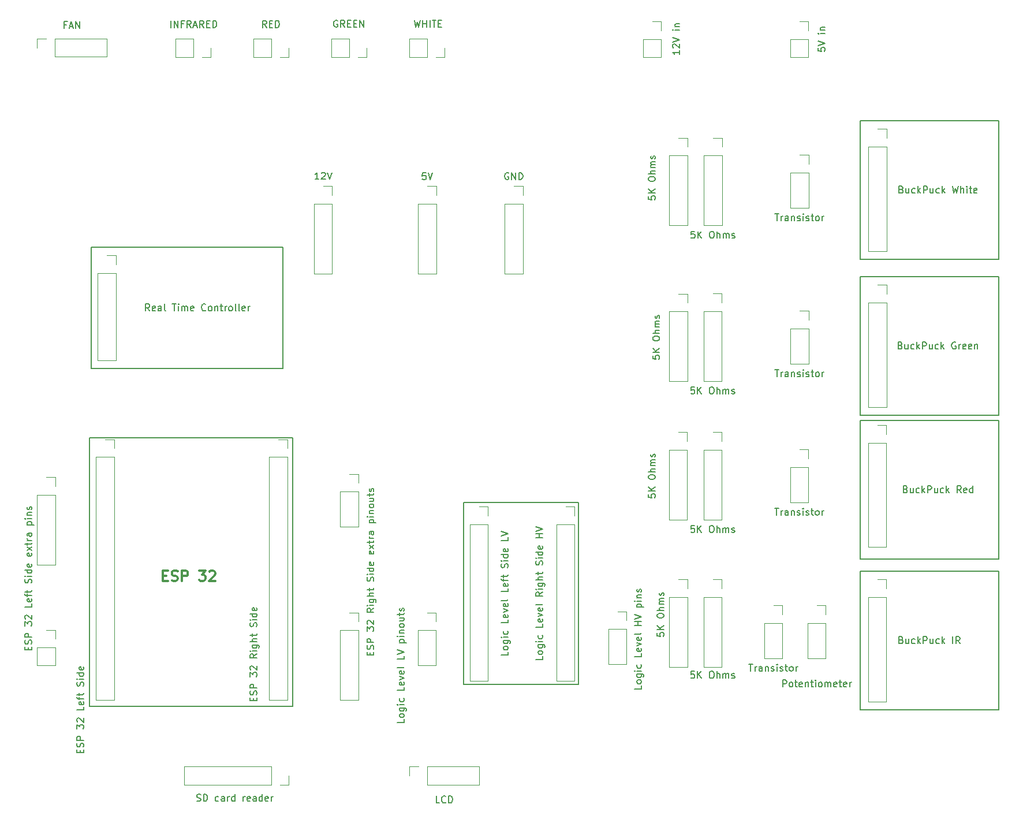
<source format=gbr>
G04 #@! TF.GenerationSoftware,KiCad,Pcbnew,(6.0.7)*
G04 #@! TF.CreationDate,2023-02-20T16:11:37-05:00*
G04 #@! TF.ProjectId,FlyBoxBoard,466c7942-6f78-4426-9f61-72642e6b6963,rev?*
G04 #@! TF.SameCoordinates,Original*
G04 #@! TF.FileFunction,Legend,Top*
G04 #@! TF.FilePolarity,Positive*
%FSLAX46Y46*%
G04 Gerber Fmt 4.6, Leading zero omitted, Abs format (unit mm)*
G04 Created by KiCad (PCBNEW (6.0.7)) date 2023-02-20 16:11:37*
%MOMM*%
%LPD*%
G01*
G04 APERTURE LIST*
%ADD10C,0.150000*%
%ADD11C,0.300000*%
%ADD12C,0.120000*%
G04 APERTURE END LIST*
D10*
X142240000Y-97790000D02*
X162560000Y-97790000D01*
X162560000Y-97790000D02*
X162560000Y-77470000D01*
X162560000Y-77470000D02*
X142240000Y-77470000D01*
X142240000Y-77470000D02*
X142240000Y-97790000D01*
X142240000Y-76713800D02*
X162560000Y-76713800D01*
X162560000Y-76713800D02*
X162560000Y-56393800D01*
X162560000Y-56393800D02*
X142240000Y-56393800D01*
X142240000Y-56393800D02*
X142240000Y-76713800D01*
X29210000Y-119380000D02*
X59055000Y-119380000D01*
X59055000Y-119380000D02*
X59055000Y-80010000D01*
X59055000Y-80010000D02*
X29210000Y-80010000D01*
X29210000Y-80010000D02*
X29210000Y-119380000D01*
X142240000Y-119893800D02*
X162560000Y-119893800D01*
X162560000Y-119893800D02*
X162560000Y-99573800D01*
X162560000Y-99573800D02*
X142240000Y-99573800D01*
X142240000Y-99573800D02*
X142240000Y-119893800D01*
X84137500Y-116205000D02*
X100965000Y-116205000D01*
X100965000Y-116205000D02*
X100965000Y-89535000D01*
X100965000Y-89535000D02*
X84137500Y-89535000D01*
X84137500Y-89535000D02*
X84137500Y-116205000D01*
X29527500Y-69850000D02*
X57591800Y-69850000D01*
X57591800Y-69850000D02*
X57591800Y-52070000D01*
X57591800Y-52070000D02*
X29527500Y-52070000D01*
X29527500Y-52070000D02*
X29527500Y-69850000D01*
X142240000Y-53853800D02*
X162560000Y-53853800D01*
X162560000Y-53853800D02*
X162560000Y-33533800D01*
X162560000Y-33533800D02*
X142240000Y-33533800D01*
X142240000Y-33533800D02*
X142240000Y-53853800D01*
D11*
X40029285Y-100222857D02*
X40529285Y-100222857D01*
X40743571Y-101008571D02*
X40029285Y-101008571D01*
X40029285Y-99508571D01*
X40743571Y-99508571D01*
X41315000Y-100937142D02*
X41529285Y-101008571D01*
X41886428Y-101008571D01*
X42029285Y-100937142D01*
X42100714Y-100865714D01*
X42172142Y-100722857D01*
X42172142Y-100580000D01*
X42100714Y-100437142D01*
X42029285Y-100365714D01*
X41886428Y-100294285D01*
X41600714Y-100222857D01*
X41457857Y-100151428D01*
X41386428Y-100080000D01*
X41315000Y-99937142D01*
X41315000Y-99794285D01*
X41386428Y-99651428D01*
X41457857Y-99580000D01*
X41600714Y-99508571D01*
X41957857Y-99508571D01*
X42172142Y-99580000D01*
X42815000Y-101008571D02*
X42815000Y-99508571D01*
X43386428Y-99508571D01*
X43529285Y-99580000D01*
X43600714Y-99651428D01*
X43672142Y-99794285D01*
X43672142Y-100008571D01*
X43600714Y-100151428D01*
X43529285Y-100222857D01*
X43386428Y-100294285D01*
X42815000Y-100294285D01*
X45315000Y-99508571D02*
X46243571Y-99508571D01*
X45743571Y-100080000D01*
X45957857Y-100080000D01*
X46100714Y-100151428D01*
X46172142Y-100222857D01*
X46243571Y-100365714D01*
X46243571Y-100722857D01*
X46172142Y-100865714D01*
X46100714Y-100937142D01*
X45957857Y-101008571D01*
X45529285Y-101008571D01*
X45386428Y-100937142D01*
X45315000Y-100865714D01*
X46815000Y-99651428D02*
X46886428Y-99580000D01*
X47029285Y-99508571D01*
X47386428Y-99508571D01*
X47529285Y-99580000D01*
X47600714Y-99651428D01*
X47672142Y-99794285D01*
X47672142Y-99937142D01*
X47600714Y-100151428D01*
X46743571Y-101008571D01*
X47672142Y-101008571D01*
D10*
G04 #@! TO.C,J20*
X125944761Y-113226180D02*
X126516190Y-113226180D01*
X126230476Y-114226180D02*
X126230476Y-113226180D01*
X126849523Y-114226180D02*
X126849523Y-113559514D01*
X126849523Y-113749990D02*
X126897142Y-113654752D01*
X126944761Y-113607133D01*
X127040000Y-113559514D01*
X127135238Y-113559514D01*
X127897142Y-114226180D02*
X127897142Y-113702371D01*
X127849523Y-113607133D01*
X127754285Y-113559514D01*
X127563809Y-113559514D01*
X127468571Y-113607133D01*
X127897142Y-114178561D02*
X127801904Y-114226180D01*
X127563809Y-114226180D01*
X127468571Y-114178561D01*
X127420952Y-114083323D01*
X127420952Y-113988085D01*
X127468571Y-113892847D01*
X127563809Y-113845228D01*
X127801904Y-113845228D01*
X127897142Y-113797609D01*
X128373333Y-113559514D02*
X128373333Y-114226180D01*
X128373333Y-113654752D02*
X128420952Y-113607133D01*
X128516190Y-113559514D01*
X128659047Y-113559514D01*
X128754285Y-113607133D01*
X128801904Y-113702371D01*
X128801904Y-114226180D01*
X129230476Y-114178561D02*
X129325714Y-114226180D01*
X129516190Y-114226180D01*
X129611428Y-114178561D01*
X129659047Y-114083323D01*
X129659047Y-114035704D01*
X129611428Y-113940466D01*
X129516190Y-113892847D01*
X129373333Y-113892847D01*
X129278095Y-113845228D01*
X129230476Y-113749990D01*
X129230476Y-113702371D01*
X129278095Y-113607133D01*
X129373333Y-113559514D01*
X129516190Y-113559514D01*
X129611428Y-113607133D01*
X130087619Y-114226180D02*
X130087619Y-113559514D01*
X130087619Y-113226180D02*
X130040000Y-113273800D01*
X130087619Y-113321419D01*
X130135238Y-113273800D01*
X130087619Y-113226180D01*
X130087619Y-113321419D01*
X130516190Y-114178561D02*
X130611428Y-114226180D01*
X130801904Y-114226180D01*
X130897142Y-114178561D01*
X130944761Y-114083323D01*
X130944761Y-114035704D01*
X130897142Y-113940466D01*
X130801904Y-113892847D01*
X130659047Y-113892847D01*
X130563809Y-113845228D01*
X130516190Y-113749990D01*
X130516190Y-113702371D01*
X130563809Y-113607133D01*
X130659047Y-113559514D01*
X130801904Y-113559514D01*
X130897142Y-113607133D01*
X131230476Y-113559514D02*
X131611428Y-113559514D01*
X131373333Y-113226180D02*
X131373333Y-114083323D01*
X131420952Y-114178561D01*
X131516190Y-114226180D01*
X131611428Y-114226180D01*
X132087619Y-114226180D02*
X131992380Y-114178561D01*
X131944761Y-114130942D01*
X131897142Y-114035704D01*
X131897142Y-113749990D01*
X131944761Y-113654752D01*
X131992380Y-113607133D01*
X132087619Y-113559514D01*
X132230476Y-113559514D01*
X132325714Y-113607133D01*
X132373333Y-113654752D01*
X132420952Y-113749990D01*
X132420952Y-114035704D01*
X132373333Y-114130942D01*
X132325714Y-114178561D01*
X132230476Y-114226180D01*
X132087619Y-114226180D01*
X132849523Y-114226180D02*
X132849523Y-113559514D01*
X132849523Y-113749990D02*
X132897142Y-113654752D01*
X132944761Y-113607133D01*
X133040000Y-113559514D01*
X133135238Y-113559514D01*
G04 #@! TO.C,J11*
X65613333Y-18860000D02*
X65518095Y-18812380D01*
X65375238Y-18812380D01*
X65232380Y-18860000D01*
X65137142Y-18955238D01*
X65089523Y-19050476D01*
X65041904Y-19240952D01*
X65041904Y-19383809D01*
X65089523Y-19574285D01*
X65137142Y-19669523D01*
X65232380Y-19764761D01*
X65375238Y-19812380D01*
X65470476Y-19812380D01*
X65613333Y-19764761D01*
X65660952Y-19717142D01*
X65660952Y-19383809D01*
X65470476Y-19383809D01*
X66660952Y-19812380D02*
X66327619Y-19336190D01*
X66089523Y-19812380D02*
X66089523Y-18812380D01*
X66470476Y-18812380D01*
X66565714Y-18860000D01*
X66613333Y-18907619D01*
X66660952Y-19002857D01*
X66660952Y-19145714D01*
X66613333Y-19240952D01*
X66565714Y-19288571D01*
X66470476Y-19336190D01*
X66089523Y-19336190D01*
X67089523Y-19288571D02*
X67422857Y-19288571D01*
X67565714Y-19812380D02*
X67089523Y-19812380D01*
X67089523Y-18812380D01*
X67565714Y-18812380D01*
X67994285Y-19288571D02*
X68327619Y-19288571D01*
X68470476Y-19812380D02*
X67994285Y-19812380D01*
X67994285Y-18812380D01*
X68470476Y-18812380D01*
X68899047Y-19812380D02*
X68899047Y-18812380D01*
X69470476Y-19812380D01*
X69470476Y-18812380D01*
G04 #@! TO.C,J33*
X117959523Y-92906180D02*
X117483333Y-92906180D01*
X117435714Y-93382371D01*
X117483333Y-93334752D01*
X117578571Y-93287133D01*
X117816666Y-93287133D01*
X117911904Y-93334752D01*
X117959523Y-93382371D01*
X118007142Y-93477609D01*
X118007142Y-93715704D01*
X117959523Y-93810942D01*
X117911904Y-93858561D01*
X117816666Y-93906180D01*
X117578571Y-93906180D01*
X117483333Y-93858561D01*
X117435714Y-93810942D01*
X118435714Y-93906180D02*
X118435714Y-92906180D01*
X119007142Y-93906180D02*
X118578571Y-93334752D01*
X119007142Y-92906180D02*
X118435714Y-93477609D01*
X120388095Y-92906180D02*
X120578571Y-92906180D01*
X120673809Y-92953800D01*
X120769047Y-93049038D01*
X120816666Y-93239514D01*
X120816666Y-93572847D01*
X120769047Y-93763323D01*
X120673809Y-93858561D01*
X120578571Y-93906180D01*
X120388095Y-93906180D01*
X120292857Y-93858561D01*
X120197619Y-93763323D01*
X120150000Y-93572847D01*
X120150000Y-93239514D01*
X120197619Y-93049038D01*
X120292857Y-92953800D01*
X120388095Y-92906180D01*
X121245238Y-93906180D02*
X121245238Y-92906180D01*
X121673809Y-93906180D02*
X121673809Y-93382371D01*
X121626190Y-93287133D01*
X121530952Y-93239514D01*
X121388095Y-93239514D01*
X121292857Y-93287133D01*
X121245238Y-93334752D01*
X122150000Y-93906180D02*
X122150000Y-93239514D01*
X122150000Y-93334752D02*
X122197619Y-93287133D01*
X122292857Y-93239514D01*
X122435714Y-93239514D01*
X122530952Y-93287133D01*
X122578571Y-93382371D01*
X122578571Y-93906180D01*
X122578571Y-93382371D02*
X122626190Y-93287133D01*
X122721428Y-93239514D01*
X122864285Y-93239514D01*
X122959523Y-93287133D01*
X123007142Y-93382371D01*
X123007142Y-93906180D01*
X123435714Y-93858561D02*
X123530952Y-93906180D01*
X123721428Y-93906180D01*
X123816666Y-93858561D01*
X123864285Y-93763323D01*
X123864285Y-93715704D01*
X123816666Y-93620466D01*
X123721428Y-93572847D01*
X123578571Y-93572847D01*
X123483333Y-93525228D01*
X123435714Y-93429990D01*
X123435714Y-93382371D01*
X123483333Y-93287133D01*
X123578571Y-93239514D01*
X123721428Y-93239514D01*
X123816666Y-93287133D01*
G04 #@! TO.C,J29*
X117984523Y-49756180D02*
X117508333Y-49756180D01*
X117460714Y-50232371D01*
X117508333Y-50184752D01*
X117603571Y-50137133D01*
X117841666Y-50137133D01*
X117936904Y-50184752D01*
X117984523Y-50232371D01*
X118032142Y-50327609D01*
X118032142Y-50565704D01*
X117984523Y-50660942D01*
X117936904Y-50708561D01*
X117841666Y-50756180D01*
X117603571Y-50756180D01*
X117508333Y-50708561D01*
X117460714Y-50660942D01*
X118460714Y-50756180D02*
X118460714Y-49756180D01*
X119032142Y-50756180D02*
X118603571Y-50184752D01*
X119032142Y-49756180D02*
X118460714Y-50327609D01*
X120413095Y-49756180D02*
X120603571Y-49756180D01*
X120698809Y-49803800D01*
X120794047Y-49899038D01*
X120841666Y-50089514D01*
X120841666Y-50422847D01*
X120794047Y-50613323D01*
X120698809Y-50708561D01*
X120603571Y-50756180D01*
X120413095Y-50756180D01*
X120317857Y-50708561D01*
X120222619Y-50613323D01*
X120175000Y-50422847D01*
X120175000Y-50089514D01*
X120222619Y-49899038D01*
X120317857Y-49803800D01*
X120413095Y-49756180D01*
X121270238Y-50756180D02*
X121270238Y-49756180D01*
X121698809Y-50756180D02*
X121698809Y-50232371D01*
X121651190Y-50137133D01*
X121555952Y-50089514D01*
X121413095Y-50089514D01*
X121317857Y-50137133D01*
X121270238Y-50184752D01*
X122175000Y-50756180D02*
X122175000Y-50089514D01*
X122175000Y-50184752D02*
X122222619Y-50137133D01*
X122317857Y-50089514D01*
X122460714Y-50089514D01*
X122555952Y-50137133D01*
X122603571Y-50232371D01*
X122603571Y-50756180D01*
X122603571Y-50232371D02*
X122651190Y-50137133D01*
X122746428Y-50089514D01*
X122889285Y-50089514D01*
X122984523Y-50137133D01*
X123032142Y-50232371D01*
X123032142Y-50756180D01*
X123460714Y-50708561D02*
X123555952Y-50756180D01*
X123746428Y-50756180D01*
X123841666Y-50708561D01*
X123889285Y-50613323D01*
X123889285Y-50565704D01*
X123841666Y-50470466D01*
X123746428Y-50422847D01*
X123603571Y-50422847D01*
X123508333Y-50375228D01*
X123460714Y-50279990D01*
X123460714Y-50232371D01*
X123508333Y-50137133D01*
X123603571Y-50089514D01*
X123746428Y-50089514D01*
X123841666Y-50137133D01*
G04 #@! TO.C,J30*
X111212380Y-44600476D02*
X111212380Y-45076666D01*
X111688571Y-45124285D01*
X111640952Y-45076666D01*
X111593333Y-44981428D01*
X111593333Y-44743333D01*
X111640952Y-44648095D01*
X111688571Y-44600476D01*
X111783809Y-44552857D01*
X112021904Y-44552857D01*
X112117142Y-44600476D01*
X112164761Y-44648095D01*
X112212380Y-44743333D01*
X112212380Y-44981428D01*
X112164761Y-45076666D01*
X112117142Y-45124285D01*
X112212380Y-44124285D02*
X111212380Y-44124285D01*
X112212380Y-43552857D02*
X111640952Y-43981428D01*
X111212380Y-43552857D02*
X111783809Y-44124285D01*
X111212380Y-42171904D02*
X111212380Y-41981428D01*
X111260000Y-41886190D01*
X111355238Y-41790952D01*
X111545714Y-41743333D01*
X111879047Y-41743333D01*
X112069523Y-41790952D01*
X112164761Y-41886190D01*
X112212380Y-41981428D01*
X112212380Y-42171904D01*
X112164761Y-42267142D01*
X112069523Y-42362380D01*
X111879047Y-42410000D01*
X111545714Y-42410000D01*
X111355238Y-42362380D01*
X111260000Y-42267142D01*
X111212380Y-42171904D01*
X112212380Y-41314761D02*
X111212380Y-41314761D01*
X112212380Y-40886190D02*
X111688571Y-40886190D01*
X111593333Y-40933809D01*
X111545714Y-41029047D01*
X111545714Y-41171904D01*
X111593333Y-41267142D01*
X111640952Y-41314761D01*
X112212380Y-40410000D02*
X111545714Y-40410000D01*
X111640952Y-40410000D02*
X111593333Y-40362380D01*
X111545714Y-40267142D01*
X111545714Y-40124285D01*
X111593333Y-40029047D01*
X111688571Y-39981428D01*
X112212380Y-39981428D01*
X111688571Y-39981428D02*
X111593333Y-39933809D01*
X111545714Y-39838571D01*
X111545714Y-39695714D01*
X111593333Y-39600476D01*
X111688571Y-39552857D01*
X112212380Y-39552857D01*
X112164761Y-39124285D02*
X112212380Y-39029047D01*
X112212380Y-38838571D01*
X112164761Y-38743333D01*
X112069523Y-38695714D01*
X112021904Y-38695714D01*
X111926666Y-38743333D01*
X111879047Y-38838571D01*
X111879047Y-38981428D01*
X111831428Y-39076666D01*
X111736190Y-39124285D01*
X111688571Y-39124285D01*
X111593333Y-39076666D01*
X111545714Y-38981428D01*
X111545714Y-38838571D01*
X111593333Y-38743333D01*
G04 #@! TO.C,J36*
X129779761Y-70061180D02*
X130351190Y-70061180D01*
X130065476Y-71061180D02*
X130065476Y-70061180D01*
X130684523Y-71061180D02*
X130684523Y-70394514D01*
X130684523Y-70584990D02*
X130732142Y-70489752D01*
X130779761Y-70442133D01*
X130875000Y-70394514D01*
X130970238Y-70394514D01*
X131732142Y-71061180D02*
X131732142Y-70537371D01*
X131684523Y-70442133D01*
X131589285Y-70394514D01*
X131398809Y-70394514D01*
X131303571Y-70442133D01*
X131732142Y-71013561D02*
X131636904Y-71061180D01*
X131398809Y-71061180D01*
X131303571Y-71013561D01*
X131255952Y-70918323D01*
X131255952Y-70823085D01*
X131303571Y-70727847D01*
X131398809Y-70680228D01*
X131636904Y-70680228D01*
X131732142Y-70632609D01*
X132208333Y-70394514D02*
X132208333Y-71061180D01*
X132208333Y-70489752D02*
X132255952Y-70442133D01*
X132351190Y-70394514D01*
X132494047Y-70394514D01*
X132589285Y-70442133D01*
X132636904Y-70537371D01*
X132636904Y-71061180D01*
X133065476Y-71013561D02*
X133160714Y-71061180D01*
X133351190Y-71061180D01*
X133446428Y-71013561D01*
X133494047Y-70918323D01*
X133494047Y-70870704D01*
X133446428Y-70775466D01*
X133351190Y-70727847D01*
X133208333Y-70727847D01*
X133113095Y-70680228D01*
X133065476Y-70584990D01*
X133065476Y-70537371D01*
X133113095Y-70442133D01*
X133208333Y-70394514D01*
X133351190Y-70394514D01*
X133446428Y-70442133D01*
X133922619Y-71061180D02*
X133922619Y-70394514D01*
X133922619Y-70061180D02*
X133875000Y-70108800D01*
X133922619Y-70156419D01*
X133970238Y-70108800D01*
X133922619Y-70061180D01*
X133922619Y-70156419D01*
X134351190Y-71013561D02*
X134446428Y-71061180D01*
X134636904Y-71061180D01*
X134732142Y-71013561D01*
X134779761Y-70918323D01*
X134779761Y-70870704D01*
X134732142Y-70775466D01*
X134636904Y-70727847D01*
X134494047Y-70727847D01*
X134398809Y-70680228D01*
X134351190Y-70584990D01*
X134351190Y-70537371D01*
X134398809Y-70442133D01*
X134494047Y-70394514D01*
X134636904Y-70394514D01*
X134732142Y-70442133D01*
X135065476Y-70394514D02*
X135446428Y-70394514D01*
X135208333Y-70061180D02*
X135208333Y-70918323D01*
X135255952Y-71013561D01*
X135351190Y-71061180D01*
X135446428Y-71061180D01*
X135922619Y-71061180D02*
X135827380Y-71013561D01*
X135779761Y-70965942D01*
X135732142Y-70870704D01*
X135732142Y-70584990D01*
X135779761Y-70489752D01*
X135827380Y-70442133D01*
X135922619Y-70394514D01*
X136065476Y-70394514D01*
X136160714Y-70442133D01*
X136208333Y-70489752D01*
X136255952Y-70584990D01*
X136255952Y-70870704D01*
X136208333Y-70965942D01*
X136160714Y-71013561D01*
X136065476Y-71061180D01*
X135922619Y-71061180D01*
X136684523Y-71061180D02*
X136684523Y-70394514D01*
X136684523Y-70584990D02*
X136732142Y-70489752D01*
X136779761Y-70442133D01*
X136875000Y-70394514D01*
X136970238Y-70394514D01*
G04 #@! TO.C,J21*
X75382380Y-121279152D02*
X75382380Y-121755342D01*
X74382380Y-121755342D01*
X75382380Y-120802961D02*
X75334761Y-120898200D01*
X75287142Y-120945819D01*
X75191904Y-120993438D01*
X74906190Y-120993438D01*
X74810952Y-120945819D01*
X74763333Y-120898200D01*
X74715714Y-120802961D01*
X74715714Y-120660104D01*
X74763333Y-120564866D01*
X74810952Y-120517247D01*
X74906190Y-120469628D01*
X75191904Y-120469628D01*
X75287142Y-120517247D01*
X75334761Y-120564866D01*
X75382380Y-120660104D01*
X75382380Y-120802961D01*
X74715714Y-119612485D02*
X75525238Y-119612485D01*
X75620476Y-119660104D01*
X75668095Y-119707723D01*
X75715714Y-119802961D01*
X75715714Y-119945819D01*
X75668095Y-120041057D01*
X75334761Y-119612485D02*
X75382380Y-119707723D01*
X75382380Y-119898200D01*
X75334761Y-119993438D01*
X75287142Y-120041057D01*
X75191904Y-120088676D01*
X74906190Y-120088676D01*
X74810952Y-120041057D01*
X74763333Y-119993438D01*
X74715714Y-119898200D01*
X74715714Y-119707723D01*
X74763333Y-119612485D01*
X75382380Y-119136295D02*
X74715714Y-119136295D01*
X74382380Y-119136295D02*
X74430000Y-119183914D01*
X74477619Y-119136295D01*
X74430000Y-119088676D01*
X74382380Y-119136295D01*
X74477619Y-119136295D01*
X75334761Y-118231533D02*
X75382380Y-118326771D01*
X75382380Y-118517247D01*
X75334761Y-118612485D01*
X75287142Y-118660104D01*
X75191904Y-118707723D01*
X74906190Y-118707723D01*
X74810952Y-118660104D01*
X74763333Y-118612485D01*
X74715714Y-118517247D01*
X74715714Y-118326771D01*
X74763333Y-118231533D01*
X75382380Y-116564866D02*
X75382380Y-117041057D01*
X74382380Y-117041057D01*
X75334761Y-115850580D02*
X75382380Y-115945819D01*
X75382380Y-116136295D01*
X75334761Y-116231533D01*
X75239523Y-116279152D01*
X74858571Y-116279152D01*
X74763333Y-116231533D01*
X74715714Y-116136295D01*
X74715714Y-115945819D01*
X74763333Y-115850580D01*
X74858571Y-115802961D01*
X74953809Y-115802961D01*
X75049047Y-116279152D01*
X74715714Y-115469628D02*
X75382380Y-115231533D01*
X74715714Y-114993438D01*
X75334761Y-114231533D02*
X75382380Y-114326771D01*
X75382380Y-114517247D01*
X75334761Y-114612485D01*
X75239523Y-114660104D01*
X74858571Y-114660104D01*
X74763333Y-114612485D01*
X74715714Y-114517247D01*
X74715714Y-114326771D01*
X74763333Y-114231533D01*
X74858571Y-114183914D01*
X74953809Y-114183914D01*
X75049047Y-114660104D01*
X75382380Y-113612485D02*
X75334761Y-113707723D01*
X75239523Y-113755342D01*
X74382380Y-113755342D01*
X75382380Y-111993438D02*
X75382380Y-112469628D01*
X74382380Y-112469628D01*
X74382380Y-111802961D02*
X75382380Y-111469628D01*
X74382380Y-111136295D01*
X74715714Y-110041057D02*
X75715714Y-110041057D01*
X74763333Y-110041057D02*
X74715714Y-109945819D01*
X74715714Y-109755342D01*
X74763333Y-109660104D01*
X74810952Y-109612485D01*
X74906190Y-109564866D01*
X75191904Y-109564866D01*
X75287142Y-109612485D01*
X75334761Y-109660104D01*
X75382380Y-109755342D01*
X75382380Y-109945819D01*
X75334761Y-110041057D01*
X75382380Y-109136295D02*
X74715714Y-109136295D01*
X74382380Y-109136295D02*
X74430000Y-109183914D01*
X74477619Y-109136295D01*
X74430000Y-109088676D01*
X74382380Y-109136295D01*
X74477619Y-109136295D01*
X74715714Y-108660104D02*
X75382380Y-108660104D01*
X74810952Y-108660104D02*
X74763333Y-108612485D01*
X74715714Y-108517247D01*
X74715714Y-108374390D01*
X74763333Y-108279152D01*
X74858571Y-108231533D01*
X75382380Y-108231533D01*
X75382380Y-107612485D02*
X75334761Y-107707723D01*
X75287142Y-107755342D01*
X75191904Y-107802961D01*
X74906190Y-107802961D01*
X74810952Y-107755342D01*
X74763333Y-107707723D01*
X74715714Y-107612485D01*
X74715714Y-107469628D01*
X74763333Y-107374390D01*
X74810952Y-107326771D01*
X74906190Y-107279152D01*
X75191904Y-107279152D01*
X75287142Y-107326771D01*
X75334761Y-107374390D01*
X75382380Y-107469628D01*
X75382380Y-107612485D01*
X74715714Y-106422009D02*
X75382380Y-106422009D01*
X74715714Y-106850580D02*
X75239523Y-106850580D01*
X75334761Y-106802961D01*
X75382380Y-106707723D01*
X75382380Y-106564866D01*
X75334761Y-106469628D01*
X75287142Y-106422009D01*
X74715714Y-106088676D02*
X74715714Y-105707723D01*
X74382380Y-105945819D02*
X75239523Y-105945819D01*
X75334761Y-105898200D01*
X75382380Y-105802961D01*
X75382380Y-105707723D01*
X75334761Y-105422009D02*
X75382380Y-105326771D01*
X75382380Y-105136295D01*
X75334761Y-105041057D01*
X75239523Y-104993438D01*
X75191904Y-104993438D01*
X75096666Y-105041057D01*
X75049047Y-105136295D01*
X75049047Y-105279152D01*
X75001428Y-105374390D01*
X74906190Y-105422009D01*
X74858571Y-105422009D01*
X74763333Y-105374390D01*
X74715714Y-105279152D01*
X74715714Y-105136295D01*
X74763333Y-105041057D01*
G04 #@! TO.C,J16*
X117959523Y-114266180D02*
X117483333Y-114266180D01*
X117435714Y-114742371D01*
X117483333Y-114694752D01*
X117578571Y-114647133D01*
X117816666Y-114647133D01*
X117911904Y-114694752D01*
X117959523Y-114742371D01*
X118007142Y-114837609D01*
X118007142Y-115075704D01*
X117959523Y-115170942D01*
X117911904Y-115218561D01*
X117816666Y-115266180D01*
X117578571Y-115266180D01*
X117483333Y-115218561D01*
X117435714Y-115170942D01*
X118435714Y-115266180D02*
X118435714Y-114266180D01*
X119007142Y-115266180D02*
X118578571Y-114694752D01*
X119007142Y-114266180D02*
X118435714Y-114837609D01*
X120388095Y-114266180D02*
X120578571Y-114266180D01*
X120673809Y-114313800D01*
X120769047Y-114409038D01*
X120816666Y-114599514D01*
X120816666Y-114932847D01*
X120769047Y-115123323D01*
X120673809Y-115218561D01*
X120578571Y-115266180D01*
X120388095Y-115266180D01*
X120292857Y-115218561D01*
X120197619Y-115123323D01*
X120150000Y-114932847D01*
X120150000Y-114599514D01*
X120197619Y-114409038D01*
X120292857Y-114313800D01*
X120388095Y-114266180D01*
X121245238Y-115266180D02*
X121245238Y-114266180D01*
X121673809Y-115266180D02*
X121673809Y-114742371D01*
X121626190Y-114647133D01*
X121530952Y-114599514D01*
X121388095Y-114599514D01*
X121292857Y-114647133D01*
X121245238Y-114694752D01*
X122150000Y-115266180D02*
X122150000Y-114599514D01*
X122150000Y-114694752D02*
X122197619Y-114647133D01*
X122292857Y-114599514D01*
X122435714Y-114599514D01*
X122530952Y-114647133D01*
X122578571Y-114742371D01*
X122578571Y-115266180D01*
X122578571Y-114742371D02*
X122626190Y-114647133D01*
X122721428Y-114599514D01*
X122864285Y-114599514D01*
X122959523Y-114647133D01*
X123007142Y-114742371D01*
X123007142Y-115266180D01*
X123435714Y-115218561D02*
X123530952Y-115266180D01*
X123721428Y-115266180D01*
X123816666Y-115218561D01*
X123864285Y-115123323D01*
X123864285Y-115075704D01*
X123816666Y-114980466D01*
X123721428Y-114932847D01*
X123578571Y-114932847D01*
X123483333Y-114885228D01*
X123435714Y-114789990D01*
X123435714Y-114742371D01*
X123483333Y-114647133D01*
X123578571Y-114599514D01*
X123721428Y-114599514D01*
X123816666Y-114647133D01*
G04 #@! TO.C,J27*
X95702380Y-112036666D02*
X95702380Y-112512857D01*
X94702380Y-112512857D01*
X95702380Y-111560476D02*
X95654761Y-111655714D01*
X95607142Y-111703333D01*
X95511904Y-111750952D01*
X95226190Y-111750952D01*
X95130952Y-111703333D01*
X95083333Y-111655714D01*
X95035714Y-111560476D01*
X95035714Y-111417619D01*
X95083333Y-111322380D01*
X95130952Y-111274761D01*
X95226190Y-111227142D01*
X95511904Y-111227142D01*
X95607142Y-111274761D01*
X95654761Y-111322380D01*
X95702380Y-111417619D01*
X95702380Y-111560476D01*
X95035714Y-110370000D02*
X95845238Y-110370000D01*
X95940476Y-110417619D01*
X95988095Y-110465238D01*
X96035714Y-110560476D01*
X96035714Y-110703333D01*
X95988095Y-110798571D01*
X95654761Y-110370000D02*
X95702380Y-110465238D01*
X95702380Y-110655714D01*
X95654761Y-110750952D01*
X95607142Y-110798571D01*
X95511904Y-110846190D01*
X95226190Y-110846190D01*
X95130952Y-110798571D01*
X95083333Y-110750952D01*
X95035714Y-110655714D01*
X95035714Y-110465238D01*
X95083333Y-110370000D01*
X95702380Y-109893809D02*
X95035714Y-109893809D01*
X94702380Y-109893809D02*
X94750000Y-109941428D01*
X94797619Y-109893809D01*
X94750000Y-109846190D01*
X94702380Y-109893809D01*
X94797619Y-109893809D01*
X95654761Y-108989047D02*
X95702380Y-109084285D01*
X95702380Y-109274761D01*
X95654761Y-109370000D01*
X95607142Y-109417619D01*
X95511904Y-109465238D01*
X95226190Y-109465238D01*
X95130952Y-109417619D01*
X95083333Y-109370000D01*
X95035714Y-109274761D01*
X95035714Y-109084285D01*
X95083333Y-108989047D01*
X95702380Y-107322380D02*
X95702380Y-107798571D01*
X94702380Y-107798571D01*
X95654761Y-106608095D02*
X95702380Y-106703333D01*
X95702380Y-106893809D01*
X95654761Y-106989047D01*
X95559523Y-107036666D01*
X95178571Y-107036666D01*
X95083333Y-106989047D01*
X95035714Y-106893809D01*
X95035714Y-106703333D01*
X95083333Y-106608095D01*
X95178571Y-106560476D01*
X95273809Y-106560476D01*
X95369047Y-107036666D01*
X95035714Y-106227142D02*
X95702380Y-105989047D01*
X95035714Y-105750952D01*
X95654761Y-104989047D02*
X95702380Y-105084285D01*
X95702380Y-105274761D01*
X95654761Y-105370000D01*
X95559523Y-105417619D01*
X95178571Y-105417619D01*
X95083333Y-105370000D01*
X95035714Y-105274761D01*
X95035714Y-105084285D01*
X95083333Y-104989047D01*
X95178571Y-104941428D01*
X95273809Y-104941428D01*
X95369047Y-105417619D01*
X95702380Y-104370000D02*
X95654761Y-104465238D01*
X95559523Y-104512857D01*
X94702380Y-104512857D01*
X95702380Y-102655714D02*
X95226190Y-102989047D01*
X95702380Y-103227142D02*
X94702380Y-103227142D01*
X94702380Y-102846190D01*
X94750000Y-102750952D01*
X94797619Y-102703333D01*
X94892857Y-102655714D01*
X95035714Y-102655714D01*
X95130952Y-102703333D01*
X95178571Y-102750952D01*
X95226190Y-102846190D01*
X95226190Y-103227142D01*
X95702380Y-102227142D02*
X95035714Y-102227142D01*
X94702380Y-102227142D02*
X94750000Y-102274761D01*
X94797619Y-102227142D01*
X94750000Y-102179523D01*
X94702380Y-102227142D01*
X94797619Y-102227142D01*
X95035714Y-101322380D02*
X95845238Y-101322380D01*
X95940476Y-101370000D01*
X95988095Y-101417619D01*
X96035714Y-101512857D01*
X96035714Y-101655714D01*
X95988095Y-101750952D01*
X95654761Y-101322380D02*
X95702380Y-101417619D01*
X95702380Y-101608095D01*
X95654761Y-101703333D01*
X95607142Y-101750952D01*
X95511904Y-101798571D01*
X95226190Y-101798571D01*
X95130952Y-101750952D01*
X95083333Y-101703333D01*
X95035714Y-101608095D01*
X95035714Y-101417619D01*
X95083333Y-101322380D01*
X95702380Y-100846190D02*
X94702380Y-100846190D01*
X95702380Y-100417619D02*
X95178571Y-100417619D01*
X95083333Y-100465238D01*
X95035714Y-100560476D01*
X95035714Y-100703333D01*
X95083333Y-100798571D01*
X95130952Y-100846190D01*
X95035714Y-100084285D02*
X95035714Y-99703333D01*
X94702380Y-99941428D02*
X95559523Y-99941428D01*
X95654761Y-99893809D01*
X95702380Y-99798571D01*
X95702380Y-99703333D01*
X95654761Y-98655714D02*
X95702380Y-98512857D01*
X95702380Y-98274761D01*
X95654761Y-98179523D01*
X95607142Y-98131904D01*
X95511904Y-98084285D01*
X95416666Y-98084285D01*
X95321428Y-98131904D01*
X95273809Y-98179523D01*
X95226190Y-98274761D01*
X95178571Y-98465238D01*
X95130952Y-98560476D01*
X95083333Y-98608095D01*
X94988095Y-98655714D01*
X94892857Y-98655714D01*
X94797619Y-98608095D01*
X94750000Y-98560476D01*
X94702380Y-98465238D01*
X94702380Y-98227142D01*
X94750000Y-98084285D01*
X95702380Y-97655714D02*
X95035714Y-97655714D01*
X94702380Y-97655714D02*
X94750000Y-97703333D01*
X94797619Y-97655714D01*
X94750000Y-97608095D01*
X94702380Y-97655714D01*
X94797619Y-97655714D01*
X95702380Y-96750952D02*
X94702380Y-96750952D01*
X95654761Y-96750952D02*
X95702380Y-96846190D01*
X95702380Y-97036666D01*
X95654761Y-97131904D01*
X95607142Y-97179523D01*
X95511904Y-97227142D01*
X95226190Y-97227142D01*
X95130952Y-97179523D01*
X95083333Y-97131904D01*
X95035714Y-97036666D01*
X95035714Y-96846190D01*
X95083333Y-96750952D01*
X95654761Y-95893809D02*
X95702380Y-95989047D01*
X95702380Y-96179523D01*
X95654761Y-96274761D01*
X95559523Y-96322380D01*
X95178571Y-96322380D01*
X95083333Y-96274761D01*
X95035714Y-96179523D01*
X95035714Y-95989047D01*
X95083333Y-95893809D01*
X95178571Y-95846190D01*
X95273809Y-95846190D01*
X95369047Y-96322380D01*
X95702380Y-94655714D02*
X94702380Y-94655714D01*
X95178571Y-94655714D02*
X95178571Y-94084285D01*
X95702380Y-94084285D02*
X94702380Y-94084285D01*
X94702380Y-93750952D02*
X95702380Y-93417619D01*
X94702380Y-93084285D01*
G04 #@! TO.C,J40*
X148933895Y-87558571D02*
X149076752Y-87606190D01*
X149124371Y-87653809D01*
X149171990Y-87749047D01*
X149171990Y-87891904D01*
X149124371Y-87987142D01*
X149076752Y-88034761D01*
X148981514Y-88082380D01*
X148600561Y-88082380D01*
X148600561Y-87082380D01*
X148933895Y-87082380D01*
X149029133Y-87130000D01*
X149076752Y-87177619D01*
X149124371Y-87272857D01*
X149124371Y-87368095D01*
X149076752Y-87463333D01*
X149029133Y-87510952D01*
X148933895Y-87558571D01*
X148600561Y-87558571D01*
X150029133Y-87415714D02*
X150029133Y-88082380D01*
X149600561Y-87415714D02*
X149600561Y-87939523D01*
X149648180Y-88034761D01*
X149743419Y-88082380D01*
X149886276Y-88082380D01*
X149981514Y-88034761D01*
X150029133Y-87987142D01*
X150933895Y-88034761D02*
X150838657Y-88082380D01*
X150648180Y-88082380D01*
X150552942Y-88034761D01*
X150505323Y-87987142D01*
X150457704Y-87891904D01*
X150457704Y-87606190D01*
X150505323Y-87510952D01*
X150552942Y-87463333D01*
X150648180Y-87415714D01*
X150838657Y-87415714D01*
X150933895Y-87463333D01*
X151362466Y-88082380D02*
X151362466Y-87082380D01*
X151457704Y-87701428D02*
X151743419Y-88082380D01*
X151743419Y-87415714D02*
X151362466Y-87796666D01*
X152171990Y-88082380D02*
X152171990Y-87082380D01*
X152552942Y-87082380D01*
X152648180Y-87130000D01*
X152695800Y-87177619D01*
X152743419Y-87272857D01*
X152743419Y-87415714D01*
X152695800Y-87510952D01*
X152648180Y-87558571D01*
X152552942Y-87606190D01*
X152171990Y-87606190D01*
X153600561Y-87415714D02*
X153600561Y-88082380D01*
X153171990Y-87415714D02*
X153171990Y-87939523D01*
X153219609Y-88034761D01*
X153314847Y-88082380D01*
X153457704Y-88082380D01*
X153552942Y-88034761D01*
X153600561Y-87987142D01*
X154505323Y-88034761D02*
X154410085Y-88082380D01*
X154219609Y-88082380D01*
X154124371Y-88034761D01*
X154076752Y-87987142D01*
X154029133Y-87891904D01*
X154029133Y-87606190D01*
X154076752Y-87510952D01*
X154124371Y-87463333D01*
X154219609Y-87415714D01*
X154410085Y-87415714D01*
X154505323Y-87463333D01*
X154933895Y-88082380D02*
X154933895Y-87082380D01*
X155029133Y-87701428D02*
X155314847Y-88082380D01*
X155314847Y-87415714D02*
X154933895Y-87796666D01*
X157076752Y-88082380D02*
X156743419Y-87606190D01*
X156505323Y-88082380D02*
X156505323Y-87082380D01*
X156886276Y-87082380D01*
X156981514Y-87130000D01*
X157029133Y-87177619D01*
X157076752Y-87272857D01*
X157076752Y-87415714D01*
X157029133Y-87510952D01*
X156981514Y-87558571D01*
X156886276Y-87606190D01*
X156505323Y-87606190D01*
X157886276Y-88034761D02*
X157791038Y-88082380D01*
X157600561Y-88082380D01*
X157505323Y-88034761D01*
X157457704Y-87939523D01*
X157457704Y-87558571D01*
X157505323Y-87463333D01*
X157600561Y-87415714D01*
X157791038Y-87415714D01*
X157886276Y-87463333D01*
X157933895Y-87558571D01*
X157933895Y-87653809D01*
X157457704Y-87749047D01*
X158791038Y-88082380D02*
X158791038Y-87082380D01*
X158791038Y-88034761D02*
X158695800Y-88082380D01*
X158505323Y-88082380D01*
X158410085Y-88034761D01*
X158362466Y-87987142D01*
X158314847Y-87891904D01*
X158314847Y-87606190D01*
X158362466Y-87510952D01*
X158410085Y-87463333D01*
X158505323Y-87415714D01*
X158695800Y-87415714D01*
X158791038Y-87463333D01*
G04 #@! TO.C,J5*
X53268571Y-118569523D02*
X53268571Y-118236190D01*
X53792380Y-118093333D02*
X53792380Y-118569523D01*
X52792380Y-118569523D01*
X52792380Y-118093333D01*
X53744761Y-117712380D02*
X53792380Y-117569523D01*
X53792380Y-117331428D01*
X53744761Y-117236190D01*
X53697142Y-117188571D01*
X53601904Y-117140952D01*
X53506666Y-117140952D01*
X53411428Y-117188571D01*
X53363809Y-117236190D01*
X53316190Y-117331428D01*
X53268571Y-117521904D01*
X53220952Y-117617142D01*
X53173333Y-117664761D01*
X53078095Y-117712380D01*
X52982857Y-117712380D01*
X52887619Y-117664761D01*
X52840000Y-117617142D01*
X52792380Y-117521904D01*
X52792380Y-117283809D01*
X52840000Y-117140952D01*
X53792380Y-116712380D02*
X52792380Y-116712380D01*
X52792380Y-116331428D01*
X52840000Y-116236190D01*
X52887619Y-116188571D01*
X52982857Y-116140952D01*
X53125714Y-116140952D01*
X53220952Y-116188571D01*
X53268571Y-116236190D01*
X53316190Y-116331428D01*
X53316190Y-116712380D01*
X52792380Y-115045714D02*
X52792380Y-114426666D01*
X53173333Y-114760000D01*
X53173333Y-114617142D01*
X53220952Y-114521904D01*
X53268571Y-114474285D01*
X53363809Y-114426666D01*
X53601904Y-114426666D01*
X53697142Y-114474285D01*
X53744761Y-114521904D01*
X53792380Y-114617142D01*
X53792380Y-114902857D01*
X53744761Y-114998095D01*
X53697142Y-115045714D01*
X52887619Y-114045714D02*
X52840000Y-113998095D01*
X52792380Y-113902857D01*
X52792380Y-113664761D01*
X52840000Y-113569523D01*
X52887619Y-113521904D01*
X52982857Y-113474285D01*
X53078095Y-113474285D01*
X53220952Y-113521904D01*
X53792380Y-114093333D01*
X53792380Y-113474285D01*
X53792380Y-111712380D02*
X53316190Y-112045714D01*
X53792380Y-112283809D02*
X52792380Y-112283809D01*
X52792380Y-111902857D01*
X52840000Y-111807619D01*
X52887619Y-111760000D01*
X52982857Y-111712380D01*
X53125714Y-111712380D01*
X53220952Y-111760000D01*
X53268571Y-111807619D01*
X53316190Y-111902857D01*
X53316190Y-112283809D01*
X53792380Y-111283809D02*
X53125714Y-111283809D01*
X52792380Y-111283809D02*
X52840000Y-111331428D01*
X52887619Y-111283809D01*
X52840000Y-111236190D01*
X52792380Y-111283809D01*
X52887619Y-111283809D01*
X53125714Y-110379047D02*
X53935238Y-110379047D01*
X54030476Y-110426666D01*
X54078095Y-110474285D01*
X54125714Y-110569523D01*
X54125714Y-110712380D01*
X54078095Y-110807619D01*
X53744761Y-110379047D02*
X53792380Y-110474285D01*
X53792380Y-110664761D01*
X53744761Y-110760000D01*
X53697142Y-110807619D01*
X53601904Y-110855238D01*
X53316190Y-110855238D01*
X53220952Y-110807619D01*
X53173333Y-110760000D01*
X53125714Y-110664761D01*
X53125714Y-110474285D01*
X53173333Y-110379047D01*
X53792380Y-109902857D02*
X52792380Y-109902857D01*
X53792380Y-109474285D02*
X53268571Y-109474285D01*
X53173333Y-109521904D01*
X53125714Y-109617142D01*
X53125714Y-109760000D01*
X53173333Y-109855238D01*
X53220952Y-109902857D01*
X53125714Y-109140952D02*
X53125714Y-108760000D01*
X52792380Y-108998095D02*
X53649523Y-108998095D01*
X53744761Y-108950476D01*
X53792380Y-108855238D01*
X53792380Y-108760000D01*
X53744761Y-107712380D02*
X53792380Y-107569523D01*
X53792380Y-107331428D01*
X53744761Y-107236190D01*
X53697142Y-107188571D01*
X53601904Y-107140952D01*
X53506666Y-107140952D01*
X53411428Y-107188571D01*
X53363809Y-107236190D01*
X53316190Y-107331428D01*
X53268571Y-107521904D01*
X53220952Y-107617142D01*
X53173333Y-107664761D01*
X53078095Y-107712380D01*
X52982857Y-107712380D01*
X52887619Y-107664761D01*
X52840000Y-107617142D01*
X52792380Y-107521904D01*
X52792380Y-107283809D01*
X52840000Y-107140952D01*
X53792380Y-106712380D02*
X53125714Y-106712380D01*
X52792380Y-106712380D02*
X52840000Y-106760000D01*
X52887619Y-106712380D01*
X52840000Y-106664761D01*
X52792380Y-106712380D01*
X52887619Y-106712380D01*
X53792380Y-105807619D02*
X52792380Y-105807619D01*
X53744761Y-105807619D02*
X53792380Y-105902857D01*
X53792380Y-106093333D01*
X53744761Y-106188571D01*
X53697142Y-106236190D01*
X53601904Y-106283809D01*
X53316190Y-106283809D01*
X53220952Y-106236190D01*
X53173333Y-106188571D01*
X53125714Y-106093333D01*
X53125714Y-105902857D01*
X53173333Y-105807619D01*
X53744761Y-104950476D02*
X53792380Y-105045714D01*
X53792380Y-105236190D01*
X53744761Y-105331428D01*
X53649523Y-105379047D01*
X53268571Y-105379047D01*
X53173333Y-105331428D01*
X53125714Y-105236190D01*
X53125714Y-105045714D01*
X53173333Y-104950476D01*
X53268571Y-104902857D01*
X53363809Y-104902857D01*
X53459047Y-105379047D01*
G04 #@! TO.C,J35*
X129779761Y-47201180D02*
X130351190Y-47201180D01*
X130065476Y-48201180D02*
X130065476Y-47201180D01*
X130684523Y-48201180D02*
X130684523Y-47534514D01*
X130684523Y-47724990D02*
X130732142Y-47629752D01*
X130779761Y-47582133D01*
X130875000Y-47534514D01*
X130970238Y-47534514D01*
X131732142Y-48201180D02*
X131732142Y-47677371D01*
X131684523Y-47582133D01*
X131589285Y-47534514D01*
X131398809Y-47534514D01*
X131303571Y-47582133D01*
X131732142Y-48153561D02*
X131636904Y-48201180D01*
X131398809Y-48201180D01*
X131303571Y-48153561D01*
X131255952Y-48058323D01*
X131255952Y-47963085D01*
X131303571Y-47867847D01*
X131398809Y-47820228D01*
X131636904Y-47820228D01*
X131732142Y-47772609D01*
X132208333Y-47534514D02*
X132208333Y-48201180D01*
X132208333Y-47629752D02*
X132255952Y-47582133D01*
X132351190Y-47534514D01*
X132494047Y-47534514D01*
X132589285Y-47582133D01*
X132636904Y-47677371D01*
X132636904Y-48201180D01*
X133065476Y-48153561D02*
X133160714Y-48201180D01*
X133351190Y-48201180D01*
X133446428Y-48153561D01*
X133494047Y-48058323D01*
X133494047Y-48010704D01*
X133446428Y-47915466D01*
X133351190Y-47867847D01*
X133208333Y-47867847D01*
X133113095Y-47820228D01*
X133065476Y-47724990D01*
X133065476Y-47677371D01*
X133113095Y-47582133D01*
X133208333Y-47534514D01*
X133351190Y-47534514D01*
X133446428Y-47582133D01*
X133922619Y-48201180D02*
X133922619Y-47534514D01*
X133922619Y-47201180D02*
X133875000Y-47248800D01*
X133922619Y-47296419D01*
X133970238Y-47248800D01*
X133922619Y-47201180D01*
X133922619Y-47296419D01*
X134351190Y-48153561D02*
X134446428Y-48201180D01*
X134636904Y-48201180D01*
X134732142Y-48153561D01*
X134779761Y-48058323D01*
X134779761Y-48010704D01*
X134732142Y-47915466D01*
X134636904Y-47867847D01*
X134494047Y-47867847D01*
X134398809Y-47820228D01*
X134351190Y-47724990D01*
X134351190Y-47677371D01*
X134398809Y-47582133D01*
X134494047Y-47534514D01*
X134636904Y-47534514D01*
X134732142Y-47582133D01*
X135065476Y-47534514D02*
X135446428Y-47534514D01*
X135208333Y-47201180D02*
X135208333Y-48058323D01*
X135255952Y-48153561D01*
X135351190Y-48201180D01*
X135446428Y-48201180D01*
X135922619Y-48201180D02*
X135827380Y-48153561D01*
X135779761Y-48105942D01*
X135732142Y-48010704D01*
X135732142Y-47724990D01*
X135779761Y-47629752D01*
X135827380Y-47582133D01*
X135922619Y-47534514D01*
X136065476Y-47534514D01*
X136160714Y-47582133D01*
X136208333Y-47629752D01*
X136255952Y-47724990D01*
X136255952Y-48010704D01*
X136208333Y-48105942D01*
X136160714Y-48153561D01*
X136065476Y-48201180D01*
X135922619Y-48201180D01*
X136684523Y-48201180D02*
X136684523Y-47534514D01*
X136684523Y-47724990D02*
X136732142Y-47629752D01*
X136779761Y-47582133D01*
X136875000Y-47534514D01*
X136970238Y-47534514D01*
G04 #@! TO.C,J25*
X70413571Y-111885476D02*
X70413571Y-111552142D01*
X70937380Y-111409285D02*
X70937380Y-111885476D01*
X69937380Y-111885476D01*
X69937380Y-111409285D01*
X70889761Y-111028333D02*
X70937380Y-110885476D01*
X70937380Y-110647380D01*
X70889761Y-110552142D01*
X70842142Y-110504523D01*
X70746904Y-110456904D01*
X70651666Y-110456904D01*
X70556428Y-110504523D01*
X70508809Y-110552142D01*
X70461190Y-110647380D01*
X70413571Y-110837857D01*
X70365952Y-110933095D01*
X70318333Y-110980714D01*
X70223095Y-111028333D01*
X70127857Y-111028333D01*
X70032619Y-110980714D01*
X69985000Y-110933095D01*
X69937380Y-110837857D01*
X69937380Y-110599761D01*
X69985000Y-110456904D01*
X70937380Y-110028333D02*
X69937380Y-110028333D01*
X69937380Y-109647380D01*
X69985000Y-109552142D01*
X70032619Y-109504523D01*
X70127857Y-109456904D01*
X70270714Y-109456904D01*
X70365952Y-109504523D01*
X70413571Y-109552142D01*
X70461190Y-109647380D01*
X70461190Y-110028333D01*
X69937380Y-108361666D02*
X69937380Y-107742619D01*
X70318333Y-108075952D01*
X70318333Y-107933095D01*
X70365952Y-107837857D01*
X70413571Y-107790238D01*
X70508809Y-107742619D01*
X70746904Y-107742619D01*
X70842142Y-107790238D01*
X70889761Y-107837857D01*
X70937380Y-107933095D01*
X70937380Y-108218809D01*
X70889761Y-108314047D01*
X70842142Y-108361666D01*
X70032619Y-107361666D02*
X69985000Y-107314047D01*
X69937380Y-107218809D01*
X69937380Y-106980714D01*
X69985000Y-106885476D01*
X70032619Y-106837857D01*
X70127857Y-106790238D01*
X70223095Y-106790238D01*
X70365952Y-106837857D01*
X70937380Y-107409285D01*
X70937380Y-106790238D01*
X70937380Y-105028333D02*
X70461190Y-105361666D01*
X70937380Y-105599761D02*
X69937380Y-105599761D01*
X69937380Y-105218809D01*
X69985000Y-105123571D01*
X70032619Y-105075952D01*
X70127857Y-105028333D01*
X70270714Y-105028333D01*
X70365952Y-105075952D01*
X70413571Y-105123571D01*
X70461190Y-105218809D01*
X70461190Y-105599761D01*
X70937380Y-104599761D02*
X70270714Y-104599761D01*
X69937380Y-104599761D02*
X69985000Y-104647380D01*
X70032619Y-104599761D01*
X69985000Y-104552142D01*
X69937380Y-104599761D01*
X70032619Y-104599761D01*
X70270714Y-103695000D02*
X71080238Y-103695000D01*
X71175476Y-103742619D01*
X71223095Y-103790238D01*
X71270714Y-103885476D01*
X71270714Y-104028333D01*
X71223095Y-104123571D01*
X70889761Y-103695000D02*
X70937380Y-103790238D01*
X70937380Y-103980714D01*
X70889761Y-104075952D01*
X70842142Y-104123571D01*
X70746904Y-104171190D01*
X70461190Y-104171190D01*
X70365952Y-104123571D01*
X70318333Y-104075952D01*
X70270714Y-103980714D01*
X70270714Y-103790238D01*
X70318333Y-103695000D01*
X70937380Y-103218809D02*
X69937380Y-103218809D01*
X70937380Y-102790238D02*
X70413571Y-102790238D01*
X70318333Y-102837857D01*
X70270714Y-102933095D01*
X70270714Y-103075952D01*
X70318333Y-103171190D01*
X70365952Y-103218809D01*
X70270714Y-102456904D02*
X70270714Y-102075952D01*
X69937380Y-102314047D02*
X70794523Y-102314047D01*
X70889761Y-102266428D01*
X70937380Y-102171190D01*
X70937380Y-102075952D01*
X70889761Y-101028333D02*
X70937380Y-100885476D01*
X70937380Y-100647380D01*
X70889761Y-100552142D01*
X70842142Y-100504523D01*
X70746904Y-100456904D01*
X70651666Y-100456904D01*
X70556428Y-100504523D01*
X70508809Y-100552142D01*
X70461190Y-100647380D01*
X70413571Y-100837857D01*
X70365952Y-100933095D01*
X70318333Y-100980714D01*
X70223095Y-101028333D01*
X70127857Y-101028333D01*
X70032619Y-100980714D01*
X69985000Y-100933095D01*
X69937380Y-100837857D01*
X69937380Y-100599761D01*
X69985000Y-100456904D01*
X70937380Y-100028333D02*
X70270714Y-100028333D01*
X69937380Y-100028333D02*
X69985000Y-100075952D01*
X70032619Y-100028333D01*
X69985000Y-99980714D01*
X69937380Y-100028333D01*
X70032619Y-100028333D01*
X70937380Y-99123571D02*
X69937380Y-99123571D01*
X70889761Y-99123571D02*
X70937380Y-99218809D01*
X70937380Y-99409285D01*
X70889761Y-99504523D01*
X70842142Y-99552142D01*
X70746904Y-99599761D01*
X70461190Y-99599761D01*
X70365952Y-99552142D01*
X70318333Y-99504523D01*
X70270714Y-99409285D01*
X70270714Y-99218809D01*
X70318333Y-99123571D01*
X70889761Y-98266428D02*
X70937380Y-98361666D01*
X70937380Y-98552142D01*
X70889761Y-98647380D01*
X70794523Y-98695000D01*
X70413571Y-98695000D01*
X70318333Y-98647380D01*
X70270714Y-98552142D01*
X70270714Y-98361666D01*
X70318333Y-98266428D01*
X70413571Y-98218809D01*
X70508809Y-98218809D01*
X70604047Y-98695000D01*
X70889761Y-96647380D02*
X70937380Y-96742619D01*
X70937380Y-96933095D01*
X70889761Y-97028333D01*
X70794523Y-97075952D01*
X70413571Y-97075952D01*
X70318333Y-97028333D01*
X70270714Y-96933095D01*
X70270714Y-96742619D01*
X70318333Y-96647380D01*
X70413571Y-96599761D01*
X70508809Y-96599761D01*
X70604047Y-97075952D01*
X70937380Y-96266428D02*
X70270714Y-95742619D01*
X70270714Y-96266428D02*
X70937380Y-95742619D01*
X70270714Y-95504523D02*
X70270714Y-95123571D01*
X69937380Y-95361666D02*
X70794523Y-95361666D01*
X70889761Y-95314047D01*
X70937380Y-95218809D01*
X70937380Y-95123571D01*
X70937380Y-94790238D02*
X70270714Y-94790238D01*
X70461190Y-94790238D02*
X70365952Y-94742619D01*
X70318333Y-94695000D01*
X70270714Y-94599761D01*
X70270714Y-94504523D01*
X70937380Y-93742619D02*
X70413571Y-93742619D01*
X70318333Y-93790238D01*
X70270714Y-93885476D01*
X70270714Y-94075952D01*
X70318333Y-94171190D01*
X70889761Y-93742619D02*
X70937380Y-93837857D01*
X70937380Y-94075952D01*
X70889761Y-94171190D01*
X70794523Y-94218809D01*
X70699285Y-94218809D01*
X70604047Y-94171190D01*
X70556428Y-94075952D01*
X70556428Y-93837857D01*
X70508809Y-93742619D01*
X70270714Y-92504523D02*
X71270714Y-92504523D01*
X70318333Y-92504523D02*
X70270714Y-92409285D01*
X70270714Y-92218809D01*
X70318333Y-92123571D01*
X70365952Y-92075952D01*
X70461190Y-92028333D01*
X70746904Y-92028333D01*
X70842142Y-92075952D01*
X70889761Y-92123571D01*
X70937380Y-92218809D01*
X70937380Y-92409285D01*
X70889761Y-92504523D01*
X70937380Y-91599761D02*
X70270714Y-91599761D01*
X69937380Y-91599761D02*
X69985000Y-91647380D01*
X70032619Y-91599761D01*
X69985000Y-91552142D01*
X69937380Y-91599761D01*
X70032619Y-91599761D01*
X70270714Y-91123571D02*
X70937380Y-91123571D01*
X70365952Y-91123571D02*
X70318333Y-91075952D01*
X70270714Y-90980714D01*
X70270714Y-90837857D01*
X70318333Y-90742619D01*
X70413571Y-90695000D01*
X70937380Y-90695000D01*
X70937380Y-90075952D02*
X70889761Y-90171190D01*
X70842142Y-90218809D01*
X70746904Y-90266428D01*
X70461190Y-90266428D01*
X70365952Y-90218809D01*
X70318333Y-90171190D01*
X70270714Y-90075952D01*
X70270714Y-89933095D01*
X70318333Y-89837857D01*
X70365952Y-89790238D01*
X70461190Y-89742619D01*
X70746904Y-89742619D01*
X70842142Y-89790238D01*
X70889761Y-89837857D01*
X70937380Y-89933095D01*
X70937380Y-90075952D01*
X70270714Y-88885476D02*
X70937380Y-88885476D01*
X70270714Y-89314047D02*
X70794523Y-89314047D01*
X70889761Y-89266428D01*
X70937380Y-89171190D01*
X70937380Y-89028333D01*
X70889761Y-88933095D01*
X70842142Y-88885476D01*
X70270714Y-88552142D02*
X70270714Y-88171190D01*
X69937380Y-88409285D02*
X70794523Y-88409285D01*
X70889761Y-88361666D01*
X70937380Y-88266428D01*
X70937380Y-88171190D01*
X70889761Y-87885476D02*
X70937380Y-87790238D01*
X70937380Y-87599761D01*
X70889761Y-87504523D01*
X70794523Y-87456904D01*
X70746904Y-87456904D01*
X70651666Y-87504523D01*
X70604047Y-87599761D01*
X70604047Y-87742619D01*
X70556428Y-87837857D01*
X70461190Y-87885476D01*
X70413571Y-87885476D01*
X70318333Y-87837857D01*
X70270714Y-87742619D01*
X70270714Y-87599761D01*
X70318333Y-87504523D01*
G04 #@! TO.C,J4*
X38061190Y-61412380D02*
X37727857Y-60936190D01*
X37489761Y-61412380D02*
X37489761Y-60412380D01*
X37870714Y-60412380D01*
X37965952Y-60460000D01*
X38013571Y-60507619D01*
X38061190Y-60602857D01*
X38061190Y-60745714D01*
X38013571Y-60840952D01*
X37965952Y-60888571D01*
X37870714Y-60936190D01*
X37489761Y-60936190D01*
X38870714Y-61364761D02*
X38775476Y-61412380D01*
X38585000Y-61412380D01*
X38489761Y-61364761D01*
X38442142Y-61269523D01*
X38442142Y-60888571D01*
X38489761Y-60793333D01*
X38585000Y-60745714D01*
X38775476Y-60745714D01*
X38870714Y-60793333D01*
X38918333Y-60888571D01*
X38918333Y-60983809D01*
X38442142Y-61079047D01*
X39775476Y-61412380D02*
X39775476Y-60888571D01*
X39727857Y-60793333D01*
X39632619Y-60745714D01*
X39442142Y-60745714D01*
X39346904Y-60793333D01*
X39775476Y-61364761D02*
X39680238Y-61412380D01*
X39442142Y-61412380D01*
X39346904Y-61364761D01*
X39299285Y-61269523D01*
X39299285Y-61174285D01*
X39346904Y-61079047D01*
X39442142Y-61031428D01*
X39680238Y-61031428D01*
X39775476Y-60983809D01*
X40394523Y-61412380D02*
X40299285Y-61364761D01*
X40251666Y-61269523D01*
X40251666Y-60412380D01*
X41394523Y-60412380D02*
X41965952Y-60412380D01*
X41680238Y-61412380D02*
X41680238Y-60412380D01*
X42299285Y-61412380D02*
X42299285Y-60745714D01*
X42299285Y-60412380D02*
X42251666Y-60460000D01*
X42299285Y-60507619D01*
X42346904Y-60460000D01*
X42299285Y-60412380D01*
X42299285Y-60507619D01*
X42775476Y-61412380D02*
X42775476Y-60745714D01*
X42775476Y-60840952D02*
X42823095Y-60793333D01*
X42918333Y-60745714D01*
X43061190Y-60745714D01*
X43156428Y-60793333D01*
X43204047Y-60888571D01*
X43204047Y-61412380D01*
X43204047Y-60888571D02*
X43251666Y-60793333D01*
X43346904Y-60745714D01*
X43489761Y-60745714D01*
X43585000Y-60793333D01*
X43632619Y-60888571D01*
X43632619Y-61412380D01*
X44489761Y-61364761D02*
X44394523Y-61412380D01*
X44204047Y-61412380D01*
X44108809Y-61364761D01*
X44061190Y-61269523D01*
X44061190Y-60888571D01*
X44108809Y-60793333D01*
X44204047Y-60745714D01*
X44394523Y-60745714D01*
X44489761Y-60793333D01*
X44537380Y-60888571D01*
X44537380Y-60983809D01*
X44061190Y-61079047D01*
X46299285Y-61317142D02*
X46251666Y-61364761D01*
X46108809Y-61412380D01*
X46013571Y-61412380D01*
X45870714Y-61364761D01*
X45775476Y-61269523D01*
X45727857Y-61174285D01*
X45680238Y-60983809D01*
X45680238Y-60840952D01*
X45727857Y-60650476D01*
X45775476Y-60555238D01*
X45870714Y-60460000D01*
X46013571Y-60412380D01*
X46108809Y-60412380D01*
X46251666Y-60460000D01*
X46299285Y-60507619D01*
X46870714Y-61412380D02*
X46775476Y-61364761D01*
X46727857Y-61317142D01*
X46680238Y-61221904D01*
X46680238Y-60936190D01*
X46727857Y-60840952D01*
X46775476Y-60793333D01*
X46870714Y-60745714D01*
X47013571Y-60745714D01*
X47108809Y-60793333D01*
X47156428Y-60840952D01*
X47204047Y-60936190D01*
X47204047Y-61221904D01*
X47156428Y-61317142D01*
X47108809Y-61364761D01*
X47013571Y-61412380D01*
X46870714Y-61412380D01*
X47632619Y-60745714D02*
X47632619Y-61412380D01*
X47632619Y-60840952D02*
X47680238Y-60793333D01*
X47775476Y-60745714D01*
X47918333Y-60745714D01*
X48013571Y-60793333D01*
X48061190Y-60888571D01*
X48061190Y-61412380D01*
X48394523Y-60745714D02*
X48775476Y-60745714D01*
X48537380Y-60412380D02*
X48537380Y-61269523D01*
X48585000Y-61364761D01*
X48680238Y-61412380D01*
X48775476Y-61412380D01*
X49108809Y-61412380D02*
X49108809Y-60745714D01*
X49108809Y-60936190D02*
X49156428Y-60840952D01*
X49204047Y-60793333D01*
X49299285Y-60745714D01*
X49394523Y-60745714D01*
X49870714Y-61412380D02*
X49775476Y-61364761D01*
X49727857Y-61317142D01*
X49680238Y-61221904D01*
X49680238Y-60936190D01*
X49727857Y-60840952D01*
X49775476Y-60793333D01*
X49870714Y-60745714D01*
X50013571Y-60745714D01*
X50108809Y-60793333D01*
X50156428Y-60840952D01*
X50204047Y-60936190D01*
X50204047Y-61221904D01*
X50156428Y-61317142D01*
X50108809Y-61364761D01*
X50013571Y-61412380D01*
X49870714Y-61412380D01*
X50775476Y-61412380D02*
X50680238Y-61364761D01*
X50632619Y-61269523D01*
X50632619Y-60412380D01*
X51299285Y-61412380D02*
X51204047Y-61364761D01*
X51156428Y-61269523D01*
X51156428Y-60412380D01*
X52061190Y-61364761D02*
X51965952Y-61412380D01*
X51775476Y-61412380D01*
X51680238Y-61364761D01*
X51632619Y-61269523D01*
X51632619Y-60888571D01*
X51680238Y-60793333D01*
X51775476Y-60745714D01*
X51965952Y-60745714D01*
X52061190Y-60793333D01*
X52108809Y-60888571D01*
X52108809Y-60983809D01*
X51632619Y-61079047D01*
X52537380Y-61412380D02*
X52537380Y-60745714D01*
X52537380Y-60936190D02*
X52585000Y-60840952D01*
X52632619Y-60793333D01*
X52727857Y-60745714D01*
X52823095Y-60745714D01*
G04 #@! TO.C,J15*
X44974571Y-133246761D02*
X45117428Y-133294380D01*
X45355523Y-133294380D01*
X45450761Y-133246761D01*
X45498380Y-133199142D01*
X45546000Y-133103904D01*
X45546000Y-133008666D01*
X45498380Y-132913428D01*
X45450761Y-132865809D01*
X45355523Y-132818190D01*
X45165047Y-132770571D01*
X45069809Y-132722952D01*
X45022190Y-132675333D01*
X44974571Y-132580095D01*
X44974571Y-132484857D01*
X45022190Y-132389619D01*
X45069809Y-132342000D01*
X45165047Y-132294380D01*
X45403142Y-132294380D01*
X45546000Y-132342000D01*
X45974571Y-133294380D02*
X45974571Y-132294380D01*
X46212666Y-132294380D01*
X46355523Y-132342000D01*
X46450761Y-132437238D01*
X46498380Y-132532476D01*
X46546000Y-132722952D01*
X46546000Y-132865809D01*
X46498380Y-133056285D01*
X46450761Y-133151523D01*
X46355523Y-133246761D01*
X46212666Y-133294380D01*
X45974571Y-133294380D01*
X48165047Y-133246761D02*
X48069809Y-133294380D01*
X47879333Y-133294380D01*
X47784095Y-133246761D01*
X47736476Y-133199142D01*
X47688857Y-133103904D01*
X47688857Y-132818190D01*
X47736476Y-132722952D01*
X47784095Y-132675333D01*
X47879333Y-132627714D01*
X48069809Y-132627714D01*
X48165047Y-132675333D01*
X49022190Y-133294380D02*
X49022190Y-132770571D01*
X48974571Y-132675333D01*
X48879333Y-132627714D01*
X48688857Y-132627714D01*
X48593619Y-132675333D01*
X49022190Y-133246761D02*
X48926952Y-133294380D01*
X48688857Y-133294380D01*
X48593619Y-133246761D01*
X48546000Y-133151523D01*
X48546000Y-133056285D01*
X48593619Y-132961047D01*
X48688857Y-132913428D01*
X48926952Y-132913428D01*
X49022190Y-132865809D01*
X49498380Y-133294380D02*
X49498380Y-132627714D01*
X49498380Y-132818190D02*
X49546000Y-132722952D01*
X49593619Y-132675333D01*
X49688857Y-132627714D01*
X49784095Y-132627714D01*
X50546000Y-133294380D02*
X50546000Y-132294380D01*
X50546000Y-133246761D02*
X50450761Y-133294380D01*
X50260285Y-133294380D01*
X50165047Y-133246761D01*
X50117428Y-133199142D01*
X50069809Y-133103904D01*
X50069809Y-132818190D01*
X50117428Y-132722952D01*
X50165047Y-132675333D01*
X50260285Y-132627714D01*
X50450761Y-132627714D01*
X50546000Y-132675333D01*
X51784095Y-133294380D02*
X51784095Y-132627714D01*
X51784095Y-132818190D02*
X51831714Y-132722952D01*
X51879333Y-132675333D01*
X51974571Y-132627714D01*
X52069809Y-132627714D01*
X52784095Y-133246761D02*
X52688857Y-133294380D01*
X52498380Y-133294380D01*
X52403142Y-133246761D01*
X52355523Y-133151523D01*
X52355523Y-132770571D01*
X52403142Y-132675333D01*
X52498380Y-132627714D01*
X52688857Y-132627714D01*
X52784095Y-132675333D01*
X52831714Y-132770571D01*
X52831714Y-132865809D01*
X52355523Y-132961047D01*
X53688857Y-133294380D02*
X53688857Y-132770571D01*
X53641238Y-132675333D01*
X53546000Y-132627714D01*
X53355523Y-132627714D01*
X53260285Y-132675333D01*
X53688857Y-133246761D02*
X53593619Y-133294380D01*
X53355523Y-133294380D01*
X53260285Y-133246761D01*
X53212666Y-133151523D01*
X53212666Y-133056285D01*
X53260285Y-132961047D01*
X53355523Y-132913428D01*
X53593619Y-132913428D01*
X53688857Y-132865809D01*
X54593619Y-133294380D02*
X54593619Y-132294380D01*
X54593619Y-133246761D02*
X54498380Y-133294380D01*
X54307904Y-133294380D01*
X54212666Y-133246761D01*
X54165047Y-133199142D01*
X54117428Y-133103904D01*
X54117428Y-132818190D01*
X54165047Y-132722952D01*
X54212666Y-132675333D01*
X54307904Y-132627714D01*
X54498380Y-132627714D01*
X54593619Y-132675333D01*
X55450761Y-133246761D02*
X55355523Y-133294380D01*
X55165047Y-133294380D01*
X55069809Y-133246761D01*
X55022190Y-133151523D01*
X55022190Y-132770571D01*
X55069809Y-132675333D01*
X55165047Y-132627714D01*
X55355523Y-132627714D01*
X55450761Y-132675333D01*
X55498380Y-132770571D01*
X55498380Y-132865809D01*
X55022190Y-132961047D01*
X55926952Y-133294380D02*
X55926952Y-132627714D01*
X55926952Y-132818190D02*
X55974571Y-132722952D01*
X56022190Y-132675333D01*
X56117428Y-132627714D01*
X56212666Y-132627714D01*
G04 #@! TO.C,GND*
X90703095Y-41210000D02*
X90607857Y-41162380D01*
X90465000Y-41162380D01*
X90322142Y-41210000D01*
X90226904Y-41305238D01*
X90179285Y-41400476D01*
X90131666Y-41590952D01*
X90131666Y-41733809D01*
X90179285Y-41924285D01*
X90226904Y-42019523D01*
X90322142Y-42114761D01*
X90465000Y-42162380D01*
X90560238Y-42162380D01*
X90703095Y-42114761D01*
X90750714Y-42067142D01*
X90750714Y-41733809D01*
X90560238Y-41733809D01*
X91179285Y-42162380D02*
X91179285Y-41162380D01*
X91750714Y-42162380D01*
X91750714Y-41162380D01*
X92226904Y-42162380D02*
X92226904Y-41162380D01*
X92465000Y-41162380D01*
X92607857Y-41210000D01*
X92703095Y-41305238D01*
X92750714Y-41400476D01*
X92798333Y-41590952D01*
X92798333Y-41733809D01*
X92750714Y-41924285D01*
X92703095Y-42019523D01*
X92607857Y-42114761D01*
X92465000Y-42162380D01*
X92226904Y-42162380D01*
G04 #@! TO.C,J10*
X55197142Y-19872380D02*
X54863809Y-19396190D01*
X54625714Y-19872380D02*
X54625714Y-18872380D01*
X55006666Y-18872380D01*
X55101904Y-18920000D01*
X55149523Y-18967619D01*
X55197142Y-19062857D01*
X55197142Y-19205714D01*
X55149523Y-19300952D01*
X55101904Y-19348571D01*
X55006666Y-19396190D01*
X54625714Y-19396190D01*
X55625714Y-19348571D02*
X55959047Y-19348571D01*
X56101904Y-19872380D02*
X55625714Y-19872380D01*
X55625714Y-18872380D01*
X56101904Y-18872380D01*
X56530476Y-19872380D02*
X56530476Y-18872380D01*
X56768571Y-18872380D01*
X56911428Y-18920000D01*
X57006666Y-19015238D01*
X57054285Y-19110476D01*
X57101904Y-19300952D01*
X57101904Y-19443809D01*
X57054285Y-19634285D01*
X57006666Y-19729523D01*
X56911428Y-19824761D01*
X56768571Y-19872380D01*
X56530476Y-19872380D01*
G04 #@! TO.C,J32*
X111847380Y-67974276D02*
X111847380Y-68450466D01*
X112323571Y-68498085D01*
X112275952Y-68450466D01*
X112228333Y-68355228D01*
X112228333Y-68117133D01*
X112275952Y-68021895D01*
X112323571Y-67974276D01*
X112418809Y-67926657D01*
X112656904Y-67926657D01*
X112752142Y-67974276D01*
X112799761Y-68021895D01*
X112847380Y-68117133D01*
X112847380Y-68355228D01*
X112799761Y-68450466D01*
X112752142Y-68498085D01*
X112847380Y-67498085D02*
X111847380Y-67498085D01*
X112847380Y-66926657D02*
X112275952Y-67355228D01*
X111847380Y-66926657D02*
X112418809Y-67498085D01*
X111847380Y-65545704D02*
X111847380Y-65355228D01*
X111895000Y-65259990D01*
X111990238Y-65164752D01*
X112180714Y-65117133D01*
X112514047Y-65117133D01*
X112704523Y-65164752D01*
X112799761Y-65259990D01*
X112847380Y-65355228D01*
X112847380Y-65545704D01*
X112799761Y-65640942D01*
X112704523Y-65736180D01*
X112514047Y-65783800D01*
X112180714Y-65783800D01*
X111990238Y-65736180D01*
X111895000Y-65640942D01*
X111847380Y-65545704D01*
X112847380Y-64688561D02*
X111847380Y-64688561D01*
X112847380Y-64259990D02*
X112323571Y-64259990D01*
X112228333Y-64307609D01*
X112180714Y-64402847D01*
X112180714Y-64545704D01*
X112228333Y-64640942D01*
X112275952Y-64688561D01*
X112847380Y-63783800D02*
X112180714Y-63783800D01*
X112275952Y-63783800D02*
X112228333Y-63736180D01*
X112180714Y-63640942D01*
X112180714Y-63498085D01*
X112228333Y-63402847D01*
X112323571Y-63355228D01*
X112847380Y-63355228D01*
X112323571Y-63355228D02*
X112228333Y-63307609D01*
X112180714Y-63212371D01*
X112180714Y-63069514D01*
X112228333Y-62974276D01*
X112323571Y-62926657D01*
X112847380Y-62926657D01*
X112799761Y-62498085D02*
X112847380Y-62402847D01*
X112847380Y-62212371D01*
X112799761Y-62117133D01*
X112704523Y-62069514D01*
X112656904Y-62069514D01*
X112561666Y-62117133D01*
X112514047Y-62212371D01*
X112514047Y-62355228D01*
X112466428Y-62450466D01*
X112371190Y-62498085D01*
X112323571Y-62498085D01*
X112228333Y-62450466D01*
X112180714Y-62355228D01*
X112180714Y-62212371D01*
X112228333Y-62117133D01*
G04 #@! TO.C,J9*
X25860476Y-19486571D02*
X25527142Y-19486571D01*
X25527142Y-20010380D02*
X25527142Y-19010380D01*
X26003333Y-19010380D01*
X26336666Y-19724666D02*
X26812857Y-19724666D01*
X26241428Y-20010380D02*
X26574761Y-19010380D01*
X26908095Y-20010380D01*
X27241428Y-20010380D02*
X27241428Y-19010380D01*
X27812857Y-20010380D01*
X27812857Y-19010380D01*
G04 #@! TO.C,5V*
X78574523Y-41162380D02*
X78098333Y-41162380D01*
X78050714Y-41638571D01*
X78098333Y-41590952D01*
X78193571Y-41543333D01*
X78431666Y-41543333D01*
X78526904Y-41590952D01*
X78574523Y-41638571D01*
X78622142Y-41733809D01*
X78622142Y-41971904D01*
X78574523Y-42067142D01*
X78526904Y-42114761D01*
X78431666Y-42162380D01*
X78193571Y-42162380D01*
X78098333Y-42114761D01*
X78050714Y-42067142D01*
X78907857Y-41162380D02*
X79241190Y-42162380D01*
X79574523Y-41162380D01*
G04 #@! TO.C,J31*
X117959523Y-72586180D02*
X117483333Y-72586180D01*
X117435714Y-73062371D01*
X117483333Y-73014752D01*
X117578571Y-72967133D01*
X117816666Y-72967133D01*
X117911904Y-73014752D01*
X117959523Y-73062371D01*
X118007142Y-73157609D01*
X118007142Y-73395704D01*
X117959523Y-73490942D01*
X117911904Y-73538561D01*
X117816666Y-73586180D01*
X117578571Y-73586180D01*
X117483333Y-73538561D01*
X117435714Y-73490942D01*
X118435714Y-73586180D02*
X118435714Y-72586180D01*
X119007142Y-73586180D02*
X118578571Y-73014752D01*
X119007142Y-72586180D02*
X118435714Y-73157609D01*
X120388095Y-72586180D02*
X120578571Y-72586180D01*
X120673809Y-72633800D01*
X120769047Y-72729038D01*
X120816666Y-72919514D01*
X120816666Y-73252847D01*
X120769047Y-73443323D01*
X120673809Y-73538561D01*
X120578571Y-73586180D01*
X120388095Y-73586180D01*
X120292857Y-73538561D01*
X120197619Y-73443323D01*
X120150000Y-73252847D01*
X120150000Y-72919514D01*
X120197619Y-72729038D01*
X120292857Y-72633800D01*
X120388095Y-72586180D01*
X121245238Y-73586180D02*
X121245238Y-72586180D01*
X121673809Y-73586180D02*
X121673809Y-73062371D01*
X121626190Y-72967133D01*
X121530952Y-72919514D01*
X121388095Y-72919514D01*
X121292857Y-72967133D01*
X121245238Y-73014752D01*
X122150000Y-73586180D02*
X122150000Y-72919514D01*
X122150000Y-73014752D02*
X122197619Y-72967133D01*
X122292857Y-72919514D01*
X122435714Y-72919514D01*
X122530952Y-72967133D01*
X122578571Y-73062371D01*
X122578571Y-73586180D01*
X122578571Y-73062371D02*
X122626190Y-72967133D01*
X122721428Y-72919514D01*
X122864285Y-72919514D01*
X122959523Y-72967133D01*
X123007142Y-73062371D01*
X123007142Y-73586180D01*
X123435714Y-73538561D02*
X123530952Y-73586180D01*
X123721428Y-73586180D01*
X123816666Y-73538561D01*
X123864285Y-73443323D01*
X123864285Y-73395704D01*
X123816666Y-73300466D01*
X123721428Y-73252847D01*
X123578571Y-73252847D01*
X123483333Y-73205228D01*
X123435714Y-73109990D01*
X123435714Y-73062371D01*
X123483333Y-72967133D01*
X123578571Y-72919514D01*
X123721428Y-72919514D01*
X123816666Y-72967133D01*
G04 #@! TO.C,J28*
X110180380Y-116337723D02*
X110180380Y-116813914D01*
X109180380Y-116813914D01*
X110180380Y-115861533D02*
X110132761Y-115956771D01*
X110085142Y-116004390D01*
X109989904Y-116052009D01*
X109704190Y-116052009D01*
X109608952Y-116004390D01*
X109561333Y-115956771D01*
X109513714Y-115861533D01*
X109513714Y-115718676D01*
X109561333Y-115623438D01*
X109608952Y-115575819D01*
X109704190Y-115528200D01*
X109989904Y-115528200D01*
X110085142Y-115575819D01*
X110132761Y-115623438D01*
X110180380Y-115718676D01*
X110180380Y-115861533D01*
X109513714Y-114671057D02*
X110323238Y-114671057D01*
X110418476Y-114718676D01*
X110466095Y-114766295D01*
X110513714Y-114861533D01*
X110513714Y-115004390D01*
X110466095Y-115099628D01*
X110132761Y-114671057D02*
X110180380Y-114766295D01*
X110180380Y-114956771D01*
X110132761Y-115052009D01*
X110085142Y-115099628D01*
X109989904Y-115147247D01*
X109704190Y-115147247D01*
X109608952Y-115099628D01*
X109561333Y-115052009D01*
X109513714Y-114956771D01*
X109513714Y-114766295D01*
X109561333Y-114671057D01*
X110180380Y-114194866D02*
X109513714Y-114194866D01*
X109180380Y-114194866D02*
X109228000Y-114242485D01*
X109275619Y-114194866D01*
X109228000Y-114147247D01*
X109180380Y-114194866D01*
X109275619Y-114194866D01*
X110132761Y-113290104D02*
X110180380Y-113385342D01*
X110180380Y-113575819D01*
X110132761Y-113671057D01*
X110085142Y-113718676D01*
X109989904Y-113766295D01*
X109704190Y-113766295D01*
X109608952Y-113718676D01*
X109561333Y-113671057D01*
X109513714Y-113575819D01*
X109513714Y-113385342D01*
X109561333Y-113290104D01*
X110180380Y-111623438D02*
X110180380Y-112099628D01*
X109180380Y-112099628D01*
X110132761Y-110909152D02*
X110180380Y-111004390D01*
X110180380Y-111194866D01*
X110132761Y-111290104D01*
X110037523Y-111337723D01*
X109656571Y-111337723D01*
X109561333Y-111290104D01*
X109513714Y-111194866D01*
X109513714Y-111004390D01*
X109561333Y-110909152D01*
X109656571Y-110861533D01*
X109751809Y-110861533D01*
X109847047Y-111337723D01*
X109513714Y-110528200D02*
X110180380Y-110290104D01*
X109513714Y-110052009D01*
X110132761Y-109290104D02*
X110180380Y-109385342D01*
X110180380Y-109575819D01*
X110132761Y-109671057D01*
X110037523Y-109718676D01*
X109656571Y-109718676D01*
X109561333Y-109671057D01*
X109513714Y-109575819D01*
X109513714Y-109385342D01*
X109561333Y-109290104D01*
X109656571Y-109242485D01*
X109751809Y-109242485D01*
X109847047Y-109718676D01*
X110180380Y-108671057D02*
X110132761Y-108766295D01*
X110037523Y-108813914D01*
X109180380Y-108813914D01*
X110180380Y-107528200D02*
X109180380Y-107528200D01*
X109656571Y-107528200D02*
X109656571Y-106956771D01*
X110180380Y-106956771D02*
X109180380Y-106956771D01*
X109180380Y-106623438D02*
X110180380Y-106290104D01*
X109180380Y-105956771D01*
X109513714Y-104861533D02*
X110513714Y-104861533D01*
X109561333Y-104861533D02*
X109513714Y-104766295D01*
X109513714Y-104575819D01*
X109561333Y-104480580D01*
X109608952Y-104432961D01*
X109704190Y-104385342D01*
X109989904Y-104385342D01*
X110085142Y-104432961D01*
X110132761Y-104480580D01*
X110180380Y-104575819D01*
X110180380Y-104766295D01*
X110132761Y-104861533D01*
X110180380Y-103956771D02*
X109513714Y-103956771D01*
X109180380Y-103956771D02*
X109228000Y-104004390D01*
X109275619Y-103956771D01*
X109228000Y-103909152D01*
X109180380Y-103956771D01*
X109275619Y-103956771D01*
X109513714Y-103480580D02*
X110180380Y-103480580D01*
X109608952Y-103480580D02*
X109561333Y-103432961D01*
X109513714Y-103337723D01*
X109513714Y-103194866D01*
X109561333Y-103099628D01*
X109656571Y-103052009D01*
X110180380Y-103052009D01*
X110132761Y-102623438D02*
X110180380Y-102528200D01*
X110180380Y-102337723D01*
X110132761Y-102242485D01*
X110037523Y-102194866D01*
X109989904Y-102194866D01*
X109894666Y-102242485D01*
X109847047Y-102337723D01*
X109847047Y-102480580D01*
X109799428Y-102575819D01*
X109704190Y-102623438D01*
X109656571Y-102623438D01*
X109561333Y-102575819D01*
X109513714Y-102480580D01*
X109513714Y-102337723D01*
X109561333Y-102242485D01*
G04 #@! TO.C,J3*
X27868571Y-126203914D02*
X27868571Y-125870580D01*
X28392380Y-125727723D02*
X28392380Y-126203914D01*
X27392380Y-126203914D01*
X27392380Y-125727723D01*
X28344761Y-125346771D02*
X28392380Y-125203914D01*
X28392380Y-124965819D01*
X28344761Y-124870580D01*
X28297142Y-124822961D01*
X28201904Y-124775342D01*
X28106666Y-124775342D01*
X28011428Y-124822961D01*
X27963809Y-124870580D01*
X27916190Y-124965819D01*
X27868571Y-125156295D01*
X27820952Y-125251533D01*
X27773333Y-125299152D01*
X27678095Y-125346771D01*
X27582857Y-125346771D01*
X27487619Y-125299152D01*
X27440000Y-125251533D01*
X27392380Y-125156295D01*
X27392380Y-124918200D01*
X27440000Y-124775342D01*
X28392380Y-124346771D02*
X27392380Y-124346771D01*
X27392380Y-123965819D01*
X27440000Y-123870580D01*
X27487619Y-123822961D01*
X27582857Y-123775342D01*
X27725714Y-123775342D01*
X27820952Y-123822961D01*
X27868571Y-123870580D01*
X27916190Y-123965819D01*
X27916190Y-124346771D01*
X27392380Y-122680104D02*
X27392380Y-122061057D01*
X27773333Y-122394390D01*
X27773333Y-122251533D01*
X27820952Y-122156295D01*
X27868571Y-122108676D01*
X27963809Y-122061057D01*
X28201904Y-122061057D01*
X28297142Y-122108676D01*
X28344761Y-122156295D01*
X28392380Y-122251533D01*
X28392380Y-122537247D01*
X28344761Y-122632485D01*
X28297142Y-122680104D01*
X27487619Y-121680104D02*
X27440000Y-121632485D01*
X27392380Y-121537247D01*
X27392380Y-121299152D01*
X27440000Y-121203914D01*
X27487619Y-121156295D01*
X27582857Y-121108676D01*
X27678095Y-121108676D01*
X27820952Y-121156295D01*
X28392380Y-121727723D01*
X28392380Y-121108676D01*
X28392380Y-119442009D02*
X28392380Y-119918200D01*
X27392380Y-119918200D01*
X28344761Y-118727723D02*
X28392380Y-118822961D01*
X28392380Y-119013438D01*
X28344761Y-119108676D01*
X28249523Y-119156295D01*
X27868571Y-119156295D01*
X27773333Y-119108676D01*
X27725714Y-119013438D01*
X27725714Y-118822961D01*
X27773333Y-118727723D01*
X27868571Y-118680104D01*
X27963809Y-118680104D01*
X28059047Y-119156295D01*
X27725714Y-118394390D02*
X27725714Y-118013438D01*
X28392380Y-118251533D02*
X27535238Y-118251533D01*
X27440000Y-118203914D01*
X27392380Y-118108676D01*
X27392380Y-118013438D01*
X27725714Y-117822961D02*
X27725714Y-117442009D01*
X27392380Y-117680104D02*
X28249523Y-117680104D01*
X28344761Y-117632485D01*
X28392380Y-117537247D01*
X28392380Y-117442009D01*
X28344761Y-116394390D02*
X28392380Y-116251533D01*
X28392380Y-116013438D01*
X28344761Y-115918200D01*
X28297142Y-115870580D01*
X28201904Y-115822961D01*
X28106666Y-115822961D01*
X28011428Y-115870580D01*
X27963809Y-115918200D01*
X27916190Y-116013438D01*
X27868571Y-116203914D01*
X27820952Y-116299152D01*
X27773333Y-116346771D01*
X27678095Y-116394390D01*
X27582857Y-116394390D01*
X27487619Y-116346771D01*
X27440000Y-116299152D01*
X27392380Y-116203914D01*
X27392380Y-115965819D01*
X27440000Y-115822961D01*
X28392380Y-115394390D02*
X27725714Y-115394390D01*
X27392380Y-115394390D02*
X27440000Y-115442009D01*
X27487619Y-115394390D01*
X27440000Y-115346771D01*
X27392380Y-115394390D01*
X27487619Y-115394390D01*
X28392380Y-114489628D02*
X27392380Y-114489628D01*
X28344761Y-114489628D02*
X28392380Y-114584866D01*
X28392380Y-114775342D01*
X28344761Y-114870580D01*
X28297142Y-114918200D01*
X28201904Y-114965819D01*
X27916190Y-114965819D01*
X27820952Y-114918200D01*
X27773333Y-114870580D01*
X27725714Y-114775342D01*
X27725714Y-114584866D01*
X27773333Y-114489628D01*
X28344761Y-113632485D02*
X28392380Y-113727723D01*
X28392380Y-113918200D01*
X28344761Y-114013438D01*
X28249523Y-114061057D01*
X27868571Y-114061057D01*
X27773333Y-114013438D01*
X27725714Y-113918200D01*
X27725714Y-113727723D01*
X27773333Y-113632485D01*
X27868571Y-113584866D01*
X27963809Y-113584866D01*
X28059047Y-114061057D01*
G04 #@! TO.C,J39*
X148170000Y-66482371D02*
X148312857Y-66529990D01*
X148360476Y-66577609D01*
X148408095Y-66672847D01*
X148408095Y-66815704D01*
X148360476Y-66910942D01*
X148312857Y-66958561D01*
X148217619Y-67006180D01*
X147836666Y-67006180D01*
X147836666Y-66006180D01*
X148170000Y-66006180D01*
X148265238Y-66053800D01*
X148312857Y-66101419D01*
X148360476Y-66196657D01*
X148360476Y-66291895D01*
X148312857Y-66387133D01*
X148265238Y-66434752D01*
X148170000Y-66482371D01*
X147836666Y-66482371D01*
X149265238Y-66339514D02*
X149265238Y-67006180D01*
X148836666Y-66339514D02*
X148836666Y-66863323D01*
X148884285Y-66958561D01*
X148979523Y-67006180D01*
X149122380Y-67006180D01*
X149217619Y-66958561D01*
X149265238Y-66910942D01*
X150170000Y-66958561D02*
X150074761Y-67006180D01*
X149884285Y-67006180D01*
X149789047Y-66958561D01*
X149741428Y-66910942D01*
X149693809Y-66815704D01*
X149693809Y-66529990D01*
X149741428Y-66434752D01*
X149789047Y-66387133D01*
X149884285Y-66339514D01*
X150074761Y-66339514D01*
X150170000Y-66387133D01*
X150598571Y-67006180D02*
X150598571Y-66006180D01*
X150693809Y-66625228D02*
X150979523Y-67006180D01*
X150979523Y-66339514D02*
X150598571Y-66720466D01*
X151408095Y-67006180D02*
X151408095Y-66006180D01*
X151789047Y-66006180D01*
X151884285Y-66053800D01*
X151931904Y-66101419D01*
X151979523Y-66196657D01*
X151979523Y-66339514D01*
X151931904Y-66434752D01*
X151884285Y-66482371D01*
X151789047Y-66529990D01*
X151408095Y-66529990D01*
X152836666Y-66339514D02*
X152836666Y-67006180D01*
X152408095Y-66339514D02*
X152408095Y-66863323D01*
X152455714Y-66958561D01*
X152550952Y-67006180D01*
X152693809Y-67006180D01*
X152789047Y-66958561D01*
X152836666Y-66910942D01*
X153741428Y-66958561D02*
X153646190Y-67006180D01*
X153455714Y-67006180D01*
X153360476Y-66958561D01*
X153312857Y-66910942D01*
X153265238Y-66815704D01*
X153265238Y-66529990D01*
X153312857Y-66434752D01*
X153360476Y-66387133D01*
X153455714Y-66339514D01*
X153646190Y-66339514D01*
X153741428Y-66387133D01*
X154170000Y-67006180D02*
X154170000Y-66006180D01*
X154265238Y-66625228D02*
X154550952Y-67006180D01*
X154550952Y-66339514D02*
X154170000Y-66720466D01*
X156265238Y-66053800D02*
X156170000Y-66006180D01*
X156027142Y-66006180D01*
X155884285Y-66053800D01*
X155789047Y-66149038D01*
X155741428Y-66244276D01*
X155693809Y-66434752D01*
X155693809Y-66577609D01*
X155741428Y-66768085D01*
X155789047Y-66863323D01*
X155884285Y-66958561D01*
X156027142Y-67006180D01*
X156122380Y-67006180D01*
X156265238Y-66958561D01*
X156312857Y-66910942D01*
X156312857Y-66577609D01*
X156122380Y-66577609D01*
X156741428Y-67006180D02*
X156741428Y-66339514D01*
X156741428Y-66529990D02*
X156789047Y-66434752D01*
X156836666Y-66387133D01*
X156931904Y-66339514D01*
X157027142Y-66339514D01*
X157741428Y-66958561D02*
X157646190Y-67006180D01*
X157455714Y-67006180D01*
X157360476Y-66958561D01*
X157312857Y-66863323D01*
X157312857Y-66482371D01*
X157360476Y-66387133D01*
X157455714Y-66339514D01*
X157646190Y-66339514D01*
X157741428Y-66387133D01*
X157789047Y-66482371D01*
X157789047Y-66577609D01*
X157312857Y-66672847D01*
X158598571Y-66958561D02*
X158503333Y-67006180D01*
X158312857Y-67006180D01*
X158217619Y-66958561D01*
X158170000Y-66863323D01*
X158170000Y-66482371D01*
X158217619Y-66387133D01*
X158312857Y-66339514D01*
X158503333Y-66339514D01*
X158598571Y-66387133D01*
X158646190Y-66482371D01*
X158646190Y-66577609D01*
X158170000Y-66672847D01*
X159074761Y-66339514D02*
X159074761Y-67006180D01*
X159074761Y-66434752D02*
X159122380Y-66387133D01*
X159217619Y-66339514D01*
X159360476Y-66339514D01*
X159455714Y-66387133D01*
X159503333Y-66482371D01*
X159503333Y-67006180D01*
G04 #@! TO.C,J13*
X41186666Y-19872380D02*
X41186666Y-18872380D01*
X41662857Y-19872380D02*
X41662857Y-18872380D01*
X42234285Y-19872380D01*
X42234285Y-18872380D01*
X43043809Y-19348571D02*
X42710476Y-19348571D01*
X42710476Y-19872380D02*
X42710476Y-18872380D01*
X43186666Y-18872380D01*
X44139047Y-19872380D02*
X43805714Y-19396190D01*
X43567619Y-19872380D02*
X43567619Y-18872380D01*
X43948571Y-18872380D01*
X44043809Y-18920000D01*
X44091428Y-18967619D01*
X44139047Y-19062857D01*
X44139047Y-19205714D01*
X44091428Y-19300952D01*
X44043809Y-19348571D01*
X43948571Y-19396190D01*
X43567619Y-19396190D01*
X44520000Y-19586666D02*
X44996190Y-19586666D01*
X44424761Y-19872380D02*
X44758095Y-18872380D01*
X45091428Y-19872380D01*
X45996190Y-19872380D02*
X45662857Y-19396190D01*
X45424761Y-19872380D02*
X45424761Y-18872380D01*
X45805714Y-18872380D01*
X45900952Y-18920000D01*
X45948571Y-18967619D01*
X45996190Y-19062857D01*
X45996190Y-19205714D01*
X45948571Y-19300952D01*
X45900952Y-19348571D01*
X45805714Y-19396190D01*
X45424761Y-19396190D01*
X46424761Y-19348571D02*
X46758095Y-19348571D01*
X46900952Y-19872380D02*
X46424761Y-19872380D01*
X46424761Y-18872380D01*
X46900952Y-18872380D01*
X47329523Y-19872380D02*
X47329523Y-18872380D01*
X47567619Y-18872380D01*
X47710476Y-18920000D01*
X47805714Y-19015238D01*
X47853333Y-19110476D01*
X47900952Y-19300952D01*
X47900952Y-19443809D01*
X47853333Y-19634285D01*
X47805714Y-19729523D01*
X47710476Y-19824761D01*
X47567619Y-19872380D01*
X47329523Y-19872380D01*
G04 #@! TO.C,J12*
X76886190Y-18802380D02*
X77124285Y-19802380D01*
X77314761Y-19088095D01*
X77505238Y-19802380D01*
X77743333Y-18802380D01*
X78124285Y-19802380D02*
X78124285Y-18802380D01*
X78124285Y-19278571D02*
X78695714Y-19278571D01*
X78695714Y-19802380D02*
X78695714Y-18802380D01*
X79171904Y-19802380D02*
X79171904Y-18802380D01*
X79505238Y-18802380D02*
X80076666Y-18802380D01*
X79790952Y-19802380D02*
X79790952Y-18802380D01*
X80410000Y-19278571D02*
X80743333Y-19278571D01*
X80886190Y-19802380D02*
X80410000Y-19802380D01*
X80410000Y-18802380D01*
X80886190Y-18802380D01*
G04 #@! TO.C,J1*
X136104380Y-22851904D02*
X136104380Y-23328095D01*
X136580571Y-23375714D01*
X136532952Y-23328095D01*
X136485333Y-23232857D01*
X136485333Y-22994761D01*
X136532952Y-22899523D01*
X136580571Y-22851904D01*
X136675809Y-22804285D01*
X136913904Y-22804285D01*
X137009142Y-22851904D01*
X137056761Y-22899523D01*
X137104380Y-22994761D01*
X137104380Y-23232857D01*
X137056761Y-23328095D01*
X137009142Y-23375714D01*
X136104380Y-22518571D02*
X137104380Y-22185238D01*
X136104380Y-21851904D01*
X137104380Y-20756666D02*
X136437714Y-20756666D01*
X136104380Y-20756666D02*
X136152000Y-20804285D01*
X136199619Y-20756666D01*
X136152000Y-20709047D01*
X136104380Y-20756666D01*
X136199619Y-20756666D01*
X136437714Y-20280476D02*
X137104380Y-20280476D01*
X136532952Y-20280476D02*
X136485333Y-20232857D01*
X136437714Y-20137619D01*
X136437714Y-19994761D01*
X136485333Y-19899523D01*
X136580571Y-19851904D01*
X137104380Y-19851904D01*
G04 #@! TO.C,J17*
X112482380Y-108614276D02*
X112482380Y-109090466D01*
X112958571Y-109138085D01*
X112910952Y-109090466D01*
X112863333Y-108995228D01*
X112863333Y-108757133D01*
X112910952Y-108661895D01*
X112958571Y-108614276D01*
X113053809Y-108566657D01*
X113291904Y-108566657D01*
X113387142Y-108614276D01*
X113434761Y-108661895D01*
X113482380Y-108757133D01*
X113482380Y-108995228D01*
X113434761Y-109090466D01*
X113387142Y-109138085D01*
X113482380Y-108138085D02*
X112482380Y-108138085D01*
X113482380Y-107566657D02*
X112910952Y-107995228D01*
X112482380Y-107566657D02*
X113053809Y-108138085D01*
X112482380Y-106185704D02*
X112482380Y-105995228D01*
X112530000Y-105899990D01*
X112625238Y-105804752D01*
X112815714Y-105757133D01*
X113149047Y-105757133D01*
X113339523Y-105804752D01*
X113434761Y-105899990D01*
X113482380Y-105995228D01*
X113482380Y-106185704D01*
X113434761Y-106280942D01*
X113339523Y-106376180D01*
X113149047Y-106423800D01*
X112815714Y-106423800D01*
X112625238Y-106376180D01*
X112530000Y-106280942D01*
X112482380Y-106185704D01*
X113482380Y-105328561D02*
X112482380Y-105328561D01*
X113482380Y-104899990D02*
X112958571Y-104899990D01*
X112863333Y-104947609D01*
X112815714Y-105042847D01*
X112815714Y-105185704D01*
X112863333Y-105280942D01*
X112910952Y-105328561D01*
X113482380Y-104423800D02*
X112815714Y-104423800D01*
X112910952Y-104423800D02*
X112863333Y-104376180D01*
X112815714Y-104280942D01*
X112815714Y-104138085D01*
X112863333Y-104042847D01*
X112958571Y-103995228D01*
X113482380Y-103995228D01*
X112958571Y-103995228D02*
X112863333Y-103947609D01*
X112815714Y-103852371D01*
X112815714Y-103709514D01*
X112863333Y-103614276D01*
X112958571Y-103566657D01*
X113482380Y-103566657D01*
X113434761Y-103138085D02*
X113482380Y-103042847D01*
X113482380Y-102852371D01*
X113434761Y-102757133D01*
X113339523Y-102709514D01*
X113291904Y-102709514D01*
X113196666Y-102757133D01*
X113149047Y-102852371D01*
X113149047Y-102995228D01*
X113101428Y-103090466D01*
X113006190Y-103138085D01*
X112958571Y-103138085D01*
X112863333Y-103090466D01*
X112815714Y-102995228D01*
X112815714Y-102852371D01*
X112863333Y-102757133D01*
G04 #@! TO.C,J22*
X130913809Y-116536180D02*
X130913809Y-115536180D01*
X131294761Y-115536180D01*
X131390000Y-115583800D01*
X131437619Y-115631419D01*
X131485238Y-115726657D01*
X131485238Y-115869514D01*
X131437619Y-115964752D01*
X131390000Y-116012371D01*
X131294761Y-116059990D01*
X130913809Y-116059990D01*
X132056666Y-116536180D02*
X131961428Y-116488561D01*
X131913809Y-116440942D01*
X131866190Y-116345704D01*
X131866190Y-116059990D01*
X131913809Y-115964752D01*
X131961428Y-115917133D01*
X132056666Y-115869514D01*
X132199523Y-115869514D01*
X132294761Y-115917133D01*
X132342380Y-115964752D01*
X132390000Y-116059990D01*
X132390000Y-116345704D01*
X132342380Y-116440942D01*
X132294761Y-116488561D01*
X132199523Y-116536180D01*
X132056666Y-116536180D01*
X132675714Y-115869514D02*
X133056666Y-115869514D01*
X132818571Y-115536180D02*
X132818571Y-116393323D01*
X132866190Y-116488561D01*
X132961428Y-116536180D01*
X133056666Y-116536180D01*
X133770952Y-116488561D02*
X133675714Y-116536180D01*
X133485238Y-116536180D01*
X133390000Y-116488561D01*
X133342380Y-116393323D01*
X133342380Y-116012371D01*
X133390000Y-115917133D01*
X133485238Y-115869514D01*
X133675714Y-115869514D01*
X133770952Y-115917133D01*
X133818571Y-116012371D01*
X133818571Y-116107609D01*
X133342380Y-116202847D01*
X134247142Y-115869514D02*
X134247142Y-116536180D01*
X134247142Y-115964752D02*
X134294761Y-115917133D01*
X134390000Y-115869514D01*
X134532857Y-115869514D01*
X134628095Y-115917133D01*
X134675714Y-116012371D01*
X134675714Y-116536180D01*
X135009047Y-115869514D02*
X135390000Y-115869514D01*
X135151904Y-115536180D02*
X135151904Y-116393323D01*
X135199523Y-116488561D01*
X135294761Y-116536180D01*
X135390000Y-116536180D01*
X135723333Y-116536180D02*
X135723333Y-115869514D01*
X135723333Y-115536180D02*
X135675714Y-115583800D01*
X135723333Y-115631419D01*
X135770952Y-115583800D01*
X135723333Y-115536180D01*
X135723333Y-115631419D01*
X136342380Y-116536180D02*
X136247142Y-116488561D01*
X136199523Y-116440942D01*
X136151904Y-116345704D01*
X136151904Y-116059990D01*
X136199523Y-115964752D01*
X136247142Y-115917133D01*
X136342380Y-115869514D01*
X136485238Y-115869514D01*
X136580476Y-115917133D01*
X136628095Y-115964752D01*
X136675714Y-116059990D01*
X136675714Y-116345704D01*
X136628095Y-116440942D01*
X136580476Y-116488561D01*
X136485238Y-116536180D01*
X136342380Y-116536180D01*
X137104285Y-116536180D02*
X137104285Y-115869514D01*
X137104285Y-115964752D02*
X137151904Y-115917133D01*
X137247142Y-115869514D01*
X137390000Y-115869514D01*
X137485238Y-115917133D01*
X137532857Y-116012371D01*
X137532857Y-116536180D01*
X137532857Y-116012371D02*
X137580476Y-115917133D01*
X137675714Y-115869514D01*
X137818571Y-115869514D01*
X137913809Y-115917133D01*
X137961428Y-116012371D01*
X137961428Y-116536180D01*
X138818571Y-116488561D02*
X138723333Y-116536180D01*
X138532857Y-116536180D01*
X138437619Y-116488561D01*
X138390000Y-116393323D01*
X138390000Y-116012371D01*
X138437619Y-115917133D01*
X138532857Y-115869514D01*
X138723333Y-115869514D01*
X138818571Y-115917133D01*
X138866190Y-116012371D01*
X138866190Y-116107609D01*
X138390000Y-116202847D01*
X139151904Y-115869514D02*
X139532857Y-115869514D01*
X139294761Y-115536180D02*
X139294761Y-116393323D01*
X139342380Y-116488561D01*
X139437619Y-116536180D01*
X139532857Y-116536180D01*
X140247142Y-116488561D02*
X140151904Y-116536180D01*
X139961428Y-116536180D01*
X139866190Y-116488561D01*
X139818571Y-116393323D01*
X139818571Y-116012371D01*
X139866190Y-115917133D01*
X139961428Y-115869514D01*
X140151904Y-115869514D01*
X140247142Y-115917133D01*
X140294761Y-116012371D01*
X140294761Y-116107609D01*
X139818571Y-116202847D01*
X140723333Y-116536180D02*
X140723333Y-115869514D01*
X140723333Y-116059990D02*
X140770952Y-115964752D01*
X140818571Y-115917133D01*
X140913809Y-115869514D01*
X141009047Y-115869514D01*
G04 #@! TO.C,J26*
X148280952Y-109662371D02*
X148423809Y-109709990D01*
X148471428Y-109757609D01*
X148519047Y-109852847D01*
X148519047Y-109995704D01*
X148471428Y-110090942D01*
X148423809Y-110138561D01*
X148328571Y-110186180D01*
X147947619Y-110186180D01*
X147947619Y-109186180D01*
X148280952Y-109186180D01*
X148376190Y-109233800D01*
X148423809Y-109281419D01*
X148471428Y-109376657D01*
X148471428Y-109471895D01*
X148423809Y-109567133D01*
X148376190Y-109614752D01*
X148280952Y-109662371D01*
X147947619Y-109662371D01*
X149376190Y-109519514D02*
X149376190Y-110186180D01*
X148947619Y-109519514D02*
X148947619Y-110043323D01*
X148995238Y-110138561D01*
X149090476Y-110186180D01*
X149233333Y-110186180D01*
X149328571Y-110138561D01*
X149376190Y-110090942D01*
X150280952Y-110138561D02*
X150185714Y-110186180D01*
X149995238Y-110186180D01*
X149900000Y-110138561D01*
X149852380Y-110090942D01*
X149804761Y-109995704D01*
X149804761Y-109709990D01*
X149852380Y-109614752D01*
X149900000Y-109567133D01*
X149995238Y-109519514D01*
X150185714Y-109519514D01*
X150280952Y-109567133D01*
X150709523Y-110186180D02*
X150709523Y-109186180D01*
X150804761Y-109805228D02*
X151090476Y-110186180D01*
X151090476Y-109519514D02*
X150709523Y-109900466D01*
X151519047Y-110186180D02*
X151519047Y-109186180D01*
X151900000Y-109186180D01*
X151995238Y-109233800D01*
X152042857Y-109281419D01*
X152090476Y-109376657D01*
X152090476Y-109519514D01*
X152042857Y-109614752D01*
X151995238Y-109662371D01*
X151900000Y-109709990D01*
X151519047Y-109709990D01*
X152947619Y-109519514D02*
X152947619Y-110186180D01*
X152519047Y-109519514D02*
X152519047Y-110043323D01*
X152566666Y-110138561D01*
X152661904Y-110186180D01*
X152804761Y-110186180D01*
X152900000Y-110138561D01*
X152947619Y-110090942D01*
X153852380Y-110138561D02*
X153757142Y-110186180D01*
X153566666Y-110186180D01*
X153471428Y-110138561D01*
X153423809Y-110090942D01*
X153376190Y-109995704D01*
X153376190Y-109709990D01*
X153423809Y-109614752D01*
X153471428Y-109567133D01*
X153566666Y-109519514D01*
X153757142Y-109519514D01*
X153852380Y-109567133D01*
X154280952Y-110186180D02*
X154280952Y-109186180D01*
X154376190Y-109805228D02*
X154661904Y-110186180D01*
X154661904Y-109519514D02*
X154280952Y-109900466D01*
X155852380Y-110186180D02*
X155852380Y-109186180D01*
X156900000Y-110186180D02*
X156566666Y-109709990D01*
X156328571Y-110186180D02*
X156328571Y-109186180D01*
X156709523Y-109186180D01*
X156804761Y-109233800D01*
X156852380Y-109281419D01*
X156900000Y-109376657D01*
X156900000Y-109519514D01*
X156852380Y-109614752D01*
X156804761Y-109662371D01*
X156709523Y-109709990D01*
X156328571Y-109709990D01*
G04 #@! TO.C,J23*
X90622380Y-111393809D02*
X90622380Y-111870000D01*
X89622380Y-111870000D01*
X90622380Y-110917619D02*
X90574761Y-111012857D01*
X90527142Y-111060476D01*
X90431904Y-111108095D01*
X90146190Y-111108095D01*
X90050952Y-111060476D01*
X90003333Y-111012857D01*
X89955714Y-110917619D01*
X89955714Y-110774761D01*
X90003333Y-110679523D01*
X90050952Y-110631904D01*
X90146190Y-110584285D01*
X90431904Y-110584285D01*
X90527142Y-110631904D01*
X90574761Y-110679523D01*
X90622380Y-110774761D01*
X90622380Y-110917619D01*
X89955714Y-109727142D02*
X90765238Y-109727142D01*
X90860476Y-109774761D01*
X90908095Y-109822380D01*
X90955714Y-109917619D01*
X90955714Y-110060476D01*
X90908095Y-110155714D01*
X90574761Y-109727142D02*
X90622380Y-109822380D01*
X90622380Y-110012857D01*
X90574761Y-110108095D01*
X90527142Y-110155714D01*
X90431904Y-110203333D01*
X90146190Y-110203333D01*
X90050952Y-110155714D01*
X90003333Y-110108095D01*
X89955714Y-110012857D01*
X89955714Y-109822380D01*
X90003333Y-109727142D01*
X90622380Y-109250952D02*
X89955714Y-109250952D01*
X89622380Y-109250952D02*
X89670000Y-109298571D01*
X89717619Y-109250952D01*
X89670000Y-109203333D01*
X89622380Y-109250952D01*
X89717619Y-109250952D01*
X90574761Y-108346190D02*
X90622380Y-108441428D01*
X90622380Y-108631904D01*
X90574761Y-108727142D01*
X90527142Y-108774761D01*
X90431904Y-108822380D01*
X90146190Y-108822380D01*
X90050952Y-108774761D01*
X90003333Y-108727142D01*
X89955714Y-108631904D01*
X89955714Y-108441428D01*
X90003333Y-108346190D01*
X90622380Y-106679523D02*
X90622380Y-107155714D01*
X89622380Y-107155714D01*
X90574761Y-105965238D02*
X90622380Y-106060476D01*
X90622380Y-106250952D01*
X90574761Y-106346190D01*
X90479523Y-106393809D01*
X90098571Y-106393809D01*
X90003333Y-106346190D01*
X89955714Y-106250952D01*
X89955714Y-106060476D01*
X90003333Y-105965238D01*
X90098571Y-105917619D01*
X90193809Y-105917619D01*
X90289047Y-106393809D01*
X89955714Y-105584285D02*
X90622380Y-105346190D01*
X89955714Y-105108095D01*
X90574761Y-104346190D02*
X90622380Y-104441428D01*
X90622380Y-104631904D01*
X90574761Y-104727142D01*
X90479523Y-104774761D01*
X90098571Y-104774761D01*
X90003333Y-104727142D01*
X89955714Y-104631904D01*
X89955714Y-104441428D01*
X90003333Y-104346190D01*
X90098571Y-104298571D01*
X90193809Y-104298571D01*
X90289047Y-104774761D01*
X90622380Y-103727142D02*
X90574761Y-103822380D01*
X90479523Y-103870000D01*
X89622380Y-103870000D01*
X90622380Y-102108095D02*
X90622380Y-102584285D01*
X89622380Y-102584285D01*
X90574761Y-101393809D02*
X90622380Y-101489047D01*
X90622380Y-101679523D01*
X90574761Y-101774761D01*
X90479523Y-101822380D01*
X90098571Y-101822380D01*
X90003333Y-101774761D01*
X89955714Y-101679523D01*
X89955714Y-101489047D01*
X90003333Y-101393809D01*
X90098571Y-101346190D01*
X90193809Y-101346190D01*
X90289047Y-101822380D01*
X89955714Y-101060476D02*
X89955714Y-100679523D01*
X90622380Y-100917619D02*
X89765238Y-100917619D01*
X89670000Y-100870000D01*
X89622380Y-100774761D01*
X89622380Y-100679523D01*
X89955714Y-100489047D02*
X89955714Y-100108095D01*
X89622380Y-100346190D02*
X90479523Y-100346190D01*
X90574761Y-100298571D01*
X90622380Y-100203333D01*
X90622380Y-100108095D01*
X90574761Y-99060476D02*
X90622380Y-98917619D01*
X90622380Y-98679523D01*
X90574761Y-98584285D01*
X90527142Y-98536666D01*
X90431904Y-98489047D01*
X90336666Y-98489047D01*
X90241428Y-98536666D01*
X90193809Y-98584285D01*
X90146190Y-98679523D01*
X90098571Y-98870000D01*
X90050952Y-98965238D01*
X90003333Y-99012857D01*
X89908095Y-99060476D01*
X89812857Y-99060476D01*
X89717619Y-99012857D01*
X89670000Y-98965238D01*
X89622380Y-98870000D01*
X89622380Y-98631904D01*
X89670000Y-98489047D01*
X90622380Y-98060476D02*
X89955714Y-98060476D01*
X89622380Y-98060476D02*
X89670000Y-98108095D01*
X89717619Y-98060476D01*
X89670000Y-98012857D01*
X89622380Y-98060476D01*
X89717619Y-98060476D01*
X90622380Y-97155714D02*
X89622380Y-97155714D01*
X90574761Y-97155714D02*
X90622380Y-97250952D01*
X90622380Y-97441428D01*
X90574761Y-97536666D01*
X90527142Y-97584285D01*
X90431904Y-97631904D01*
X90146190Y-97631904D01*
X90050952Y-97584285D01*
X90003333Y-97536666D01*
X89955714Y-97441428D01*
X89955714Y-97250952D01*
X90003333Y-97155714D01*
X90574761Y-96298571D02*
X90622380Y-96393809D01*
X90622380Y-96584285D01*
X90574761Y-96679523D01*
X90479523Y-96727142D01*
X90098571Y-96727142D01*
X90003333Y-96679523D01*
X89955714Y-96584285D01*
X89955714Y-96393809D01*
X90003333Y-96298571D01*
X90098571Y-96250952D01*
X90193809Y-96250952D01*
X90289047Y-96727142D01*
X90622380Y-94584285D02*
X90622380Y-95060476D01*
X89622380Y-95060476D01*
X89622380Y-94393809D02*
X90622380Y-94060476D01*
X89622380Y-93727142D01*
G04 #@! TO.C,J14*
X80589523Y-133548380D02*
X80113333Y-133548380D01*
X80113333Y-132548380D01*
X81494285Y-133453142D02*
X81446666Y-133500761D01*
X81303809Y-133548380D01*
X81208571Y-133548380D01*
X81065714Y-133500761D01*
X80970476Y-133405523D01*
X80922857Y-133310285D01*
X80875238Y-133119809D01*
X80875238Y-132976952D01*
X80922857Y-132786476D01*
X80970476Y-132691238D01*
X81065714Y-132596000D01*
X81208571Y-132548380D01*
X81303809Y-132548380D01*
X81446666Y-132596000D01*
X81494285Y-132643619D01*
X81922857Y-133548380D02*
X81922857Y-132548380D01*
X82160952Y-132548380D01*
X82303809Y-132596000D01*
X82399047Y-132691238D01*
X82446666Y-132786476D01*
X82494285Y-132976952D01*
X82494285Y-133119809D01*
X82446666Y-133310285D01*
X82399047Y-133405523D01*
X82303809Y-133500761D01*
X82160952Y-133548380D01*
X81922857Y-133548380D01*
G04 #@! TO.C,J37*
X129754761Y-90366180D02*
X130326190Y-90366180D01*
X130040476Y-91366180D02*
X130040476Y-90366180D01*
X130659523Y-91366180D02*
X130659523Y-90699514D01*
X130659523Y-90889990D02*
X130707142Y-90794752D01*
X130754761Y-90747133D01*
X130850000Y-90699514D01*
X130945238Y-90699514D01*
X131707142Y-91366180D02*
X131707142Y-90842371D01*
X131659523Y-90747133D01*
X131564285Y-90699514D01*
X131373809Y-90699514D01*
X131278571Y-90747133D01*
X131707142Y-91318561D02*
X131611904Y-91366180D01*
X131373809Y-91366180D01*
X131278571Y-91318561D01*
X131230952Y-91223323D01*
X131230952Y-91128085D01*
X131278571Y-91032847D01*
X131373809Y-90985228D01*
X131611904Y-90985228D01*
X131707142Y-90937609D01*
X132183333Y-90699514D02*
X132183333Y-91366180D01*
X132183333Y-90794752D02*
X132230952Y-90747133D01*
X132326190Y-90699514D01*
X132469047Y-90699514D01*
X132564285Y-90747133D01*
X132611904Y-90842371D01*
X132611904Y-91366180D01*
X133040476Y-91318561D02*
X133135714Y-91366180D01*
X133326190Y-91366180D01*
X133421428Y-91318561D01*
X133469047Y-91223323D01*
X133469047Y-91175704D01*
X133421428Y-91080466D01*
X133326190Y-91032847D01*
X133183333Y-91032847D01*
X133088095Y-90985228D01*
X133040476Y-90889990D01*
X133040476Y-90842371D01*
X133088095Y-90747133D01*
X133183333Y-90699514D01*
X133326190Y-90699514D01*
X133421428Y-90747133D01*
X133897619Y-91366180D02*
X133897619Y-90699514D01*
X133897619Y-90366180D02*
X133850000Y-90413800D01*
X133897619Y-90461419D01*
X133945238Y-90413800D01*
X133897619Y-90366180D01*
X133897619Y-90461419D01*
X134326190Y-91318561D02*
X134421428Y-91366180D01*
X134611904Y-91366180D01*
X134707142Y-91318561D01*
X134754761Y-91223323D01*
X134754761Y-91175704D01*
X134707142Y-91080466D01*
X134611904Y-91032847D01*
X134469047Y-91032847D01*
X134373809Y-90985228D01*
X134326190Y-90889990D01*
X134326190Y-90842371D01*
X134373809Y-90747133D01*
X134469047Y-90699514D01*
X134611904Y-90699514D01*
X134707142Y-90747133D01*
X135040476Y-90699514D02*
X135421428Y-90699514D01*
X135183333Y-90366180D02*
X135183333Y-91223323D01*
X135230952Y-91318561D01*
X135326190Y-91366180D01*
X135421428Y-91366180D01*
X135897619Y-91366180D02*
X135802380Y-91318561D01*
X135754761Y-91270942D01*
X135707142Y-91175704D01*
X135707142Y-90889990D01*
X135754761Y-90794752D01*
X135802380Y-90747133D01*
X135897619Y-90699514D01*
X136040476Y-90699514D01*
X136135714Y-90747133D01*
X136183333Y-90794752D01*
X136230952Y-90889990D01*
X136230952Y-91175704D01*
X136183333Y-91270942D01*
X136135714Y-91318561D01*
X136040476Y-91366180D01*
X135897619Y-91366180D01*
X136659523Y-91366180D02*
X136659523Y-90699514D01*
X136659523Y-90889990D02*
X136707142Y-90794752D01*
X136754761Y-90747133D01*
X136850000Y-90699514D01*
X136945238Y-90699514D01*
G04 #@! TO.C,J2*
X115768380Y-23230476D02*
X115768380Y-23801904D01*
X115768380Y-23516190D02*
X114768380Y-23516190D01*
X114911238Y-23611428D01*
X115006476Y-23706666D01*
X115054095Y-23801904D01*
X114863619Y-22849523D02*
X114816000Y-22801904D01*
X114768380Y-22706666D01*
X114768380Y-22468571D01*
X114816000Y-22373333D01*
X114863619Y-22325714D01*
X114958857Y-22278095D01*
X115054095Y-22278095D01*
X115196952Y-22325714D01*
X115768380Y-22897142D01*
X115768380Y-22278095D01*
X114768380Y-21992380D02*
X115768380Y-21659047D01*
X114768380Y-21325714D01*
X115768380Y-20230476D02*
X115101714Y-20230476D01*
X114768380Y-20230476D02*
X114816000Y-20278095D01*
X114863619Y-20230476D01*
X114816000Y-20182857D01*
X114768380Y-20230476D01*
X114863619Y-20230476D01*
X115101714Y-19754285D02*
X115768380Y-19754285D01*
X115196952Y-19754285D02*
X115149333Y-19706666D01*
X115101714Y-19611428D01*
X115101714Y-19468571D01*
X115149333Y-19373333D01*
X115244571Y-19325714D01*
X115768380Y-19325714D01*
G04 #@! TO.C,J38*
X148312857Y-43622371D02*
X148455714Y-43669990D01*
X148503333Y-43717609D01*
X148550952Y-43812847D01*
X148550952Y-43955704D01*
X148503333Y-44050942D01*
X148455714Y-44098561D01*
X148360476Y-44146180D01*
X147979523Y-44146180D01*
X147979523Y-43146180D01*
X148312857Y-43146180D01*
X148408095Y-43193800D01*
X148455714Y-43241419D01*
X148503333Y-43336657D01*
X148503333Y-43431895D01*
X148455714Y-43527133D01*
X148408095Y-43574752D01*
X148312857Y-43622371D01*
X147979523Y-43622371D01*
X149408095Y-43479514D02*
X149408095Y-44146180D01*
X148979523Y-43479514D02*
X148979523Y-44003323D01*
X149027142Y-44098561D01*
X149122380Y-44146180D01*
X149265238Y-44146180D01*
X149360476Y-44098561D01*
X149408095Y-44050942D01*
X150312857Y-44098561D02*
X150217619Y-44146180D01*
X150027142Y-44146180D01*
X149931904Y-44098561D01*
X149884285Y-44050942D01*
X149836666Y-43955704D01*
X149836666Y-43669990D01*
X149884285Y-43574752D01*
X149931904Y-43527133D01*
X150027142Y-43479514D01*
X150217619Y-43479514D01*
X150312857Y-43527133D01*
X150741428Y-44146180D02*
X150741428Y-43146180D01*
X150836666Y-43765228D02*
X151122380Y-44146180D01*
X151122380Y-43479514D02*
X150741428Y-43860466D01*
X151550952Y-44146180D02*
X151550952Y-43146180D01*
X151931904Y-43146180D01*
X152027142Y-43193800D01*
X152074761Y-43241419D01*
X152122380Y-43336657D01*
X152122380Y-43479514D01*
X152074761Y-43574752D01*
X152027142Y-43622371D01*
X151931904Y-43669990D01*
X151550952Y-43669990D01*
X152979523Y-43479514D02*
X152979523Y-44146180D01*
X152550952Y-43479514D02*
X152550952Y-44003323D01*
X152598571Y-44098561D01*
X152693809Y-44146180D01*
X152836666Y-44146180D01*
X152931904Y-44098561D01*
X152979523Y-44050942D01*
X153884285Y-44098561D02*
X153789047Y-44146180D01*
X153598571Y-44146180D01*
X153503333Y-44098561D01*
X153455714Y-44050942D01*
X153408095Y-43955704D01*
X153408095Y-43669990D01*
X153455714Y-43574752D01*
X153503333Y-43527133D01*
X153598571Y-43479514D01*
X153789047Y-43479514D01*
X153884285Y-43527133D01*
X154312857Y-44146180D02*
X154312857Y-43146180D01*
X154408095Y-43765228D02*
X154693809Y-44146180D01*
X154693809Y-43479514D02*
X154312857Y-43860466D01*
X155789047Y-43146180D02*
X156027142Y-44146180D01*
X156217619Y-43431895D01*
X156408095Y-44146180D01*
X156646190Y-43146180D01*
X157027142Y-44146180D02*
X157027142Y-43146180D01*
X157455714Y-44146180D02*
X157455714Y-43622371D01*
X157408095Y-43527133D01*
X157312857Y-43479514D01*
X157170000Y-43479514D01*
X157074761Y-43527133D01*
X157027142Y-43574752D01*
X157931904Y-44146180D02*
X157931904Y-43479514D01*
X157931904Y-43146180D02*
X157884285Y-43193800D01*
X157931904Y-43241419D01*
X157979523Y-43193800D01*
X157931904Y-43146180D01*
X157931904Y-43241419D01*
X158265238Y-43479514D02*
X158646190Y-43479514D01*
X158408095Y-43146180D02*
X158408095Y-44003323D01*
X158455714Y-44098561D01*
X158550952Y-44146180D01*
X158646190Y-44146180D01*
X159360476Y-44098561D02*
X159265238Y-44146180D01*
X159074761Y-44146180D01*
X158979523Y-44098561D01*
X158931904Y-44003323D01*
X158931904Y-43622371D01*
X158979523Y-43527133D01*
X159074761Y-43479514D01*
X159265238Y-43479514D01*
X159360476Y-43527133D01*
X159408095Y-43622371D01*
X159408095Y-43717609D01*
X158931904Y-43812847D01*
G04 #@! TO.C,J34*
X111212380Y-88294276D02*
X111212380Y-88770466D01*
X111688571Y-88818085D01*
X111640952Y-88770466D01*
X111593333Y-88675228D01*
X111593333Y-88437133D01*
X111640952Y-88341895D01*
X111688571Y-88294276D01*
X111783809Y-88246657D01*
X112021904Y-88246657D01*
X112117142Y-88294276D01*
X112164761Y-88341895D01*
X112212380Y-88437133D01*
X112212380Y-88675228D01*
X112164761Y-88770466D01*
X112117142Y-88818085D01*
X112212380Y-87818085D02*
X111212380Y-87818085D01*
X112212380Y-87246657D02*
X111640952Y-87675228D01*
X111212380Y-87246657D02*
X111783809Y-87818085D01*
X111212380Y-85865704D02*
X111212380Y-85675228D01*
X111260000Y-85579990D01*
X111355238Y-85484752D01*
X111545714Y-85437133D01*
X111879047Y-85437133D01*
X112069523Y-85484752D01*
X112164761Y-85579990D01*
X112212380Y-85675228D01*
X112212380Y-85865704D01*
X112164761Y-85960942D01*
X112069523Y-86056180D01*
X111879047Y-86103800D01*
X111545714Y-86103800D01*
X111355238Y-86056180D01*
X111260000Y-85960942D01*
X111212380Y-85865704D01*
X112212380Y-85008561D02*
X111212380Y-85008561D01*
X112212380Y-84579990D02*
X111688571Y-84579990D01*
X111593333Y-84627609D01*
X111545714Y-84722847D01*
X111545714Y-84865704D01*
X111593333Y-84960942D01*
X111640952Y-85008561D01*
X112212380Y-84103800D02*
X111545714Y-84103800D01*
X111640952Y-84103800D02*
X111593333Y-84056180D01*
X111545714Y-83960942D01*
X111545714Y-83818085D01*
X111593333Y-83722847D01*
X111688571Y-83675228D01*
X112212380Y-83675228D01*
X111688571Y-83675228D02*
X111593333Y-83627609D01*
X111545714Y-83532371D01*
X111545714Y-83389514D01*
X111593333Y-83294276D01*
X111688571Y-83246657D01*
X112212380Y-83246657D01*
X112164761Y-82818085D02*
X112212380Y-82722847D01*
X112212380Y-82532371D01*
X112164761Y-82437133D01*
X112069523Y-82389514D01*
X112021904Y-82389514D01*
X111926666Y-82437133D01*
X111879047Y-82532371D01*
X111879047Y-82675228D01*
X111831428Y-82770466D01*
X111736190Y-82818085D01*
X111688571Y-82818085D01*
X111593333Y-82770466D01*
X111545714Y-82675228D01*
X111545714Y-82532371D01*
X111593333Y-82437133D01*
G04 #@! TO.C,12V*
X62880952Y-42132380D02*
X62309523Y-42132380D01*
X62595238Y-42132380D02*
X62595238Y-41132380D01*
X62500000Y-41275238D01*
X62404761Y-41370476D01*
X62309523Y-41418095D01*
X63261904Y-41227619D02*
X63309523Y-41180000D01*
X63404761Y-41132380D01*
X63642857Y-41132380D01*
X63738095Y-41180000D01*
X63785714Y-41227619D01*
X63833333Y-41322857D01*
X63833333Y-41418095D01*
X63785714Y-41560952D01*
X63214285Y-42132380D01*
X63833333Y-42132380D01*
X64119047Y-41132380D02*
X64452380Y-42132380D01*
X64785714Y-41132380D01*
G04 #@! TO.C,J18*
X20248571Y-111114390D02*
X20248571Y-110781057D01*
X20772380Y-110638200D02*
X20772380Y-111114390D01*
X19772380Y-111114390D01*
X19772380Y-110638200D01*
X20724761Y-110257247D02*
X20772380Y-110114390D01*
X20772380Y-109876295D01*
X20724761Y-109781057D01*
X20677142Y-109733438D01*
X20581904Y-109685819D01*
X20486666Y-109685819D01*
X20391428Y-109733438D01*
X20343809Y-109781057D01*
X20296190Y-109876295D01*
X20248571Y-110066771D01*
X20200952Y-110162009D01*
X20153333Y-110209628D01*
X20058095Y-110257247D01*
X19962857Y-110257247D01*
X19867619Y-110209628D01*
X19820000Y-110162009D01*
X19772380Y-110066771D01*
X19772380Y-109828676D01*
X19820000Y-109685819D01*
X20772380Y-109257247D02*
X19772380Y-109257247D01*
X19772380Y-108876295D01*
X19820000Y-108781057D01*
X19867619Y-108733438D01*
X19962857Y-108685819D01*
X20105714Y-108685819D01*
X20200952Y-108733438D01*
X20248571Y-108781057D01*
X20296190Y-108876295D01*
X20296190Y-109257247D01*
X19772380Y-107590580D02*
X19772380Y-106971533D01*
X20153333Y-107304866D01*
X20153333Y-107162009D01*
X20200952Y-107066771D01*
X20248571Y-107019152D01*
X20343809Y-106971533D01*
X20581904Y-106971533D01*
X20677142Y-107019152D01*
X20724761Y-107066771D01*
X20772380Y-107162009D01*
X20772380Y-107447723D01*
X20724761Y-107542961D01*
X20677142Y-107590580D01*
X19867619Y-106590580D02*
X19820000Y-106542961D01*
X19772380Y-106447723D01*
X19772380Y-106209628D01*
X19820000Y-106114390D01*
X19867619Y-106066771D01*
X19962857Y-106019152D01*
X20058095Y-106019152D01*
X20200952Y-106066771D01*
X20772380Y-106638200D01*
X20772380Y-106019152D01*
X20772380Y-104352485D02*
X20772380Y-104828676D01*
X19772380Y-104828676D01*
X20724761Y-103638200D02*
X20772380Y-103733438D01*
X20772380Y-103923914D01*
X20724761Y-104019152D01*
X20629523Y-104066771D01*
X20248571Y-104066771D01*
X20153333Y-104019152D01*
X20105714Y-103923914D01*
X20105714Y-103733438D01*
X20153333Y-103638200D01*
X20248571Y-103590580D01*
X20343809Y-103590580D01*
X20439047Y-104066771D01*
X20105714Y-103304866D02*
X20105714Y-102923914D01*
X20772380Y-103162009D02*
X19915238Y-103162009D01*
X19820000Y-103114390D01*
X19772380Y-103019152D01*
X19772380Y-102923914D01*
X20105714Y-102733438D02*
X20105714Y-102352485D01*
X19772380Y-102590580D02*
X20629523Y-102590580D01*
X20724761Y-102542961D01*
X20772380Y-102447723D01*
X20772380Y-102352485D01*
X20724761Y-101304866D02*
X20772380Y-101162009D01*
X20772380Y-100923914D01*
X20724761Y-100828676D01*
X20677142Y-100781057D01*
X20581904Y-100733438D01*
X20486666Y-100733438D01*
X20391428Y-100781057D01*
X20343809Y-100828676D01*
X20296190Y-100923914D01*
X20248571Y-101114390D01*
X20200952Y-101209628D01*
X20153333Y-101257247D01*
X20058095Y-101304866D01*
X19962857Y-101304866D01*
X19867619Y-101257247D01*
X19820000Y-101209628D01*
X19772380Y-101114390D01*
X19772380Y-100876295D01*
X19820000Y-100733438D01*
X20772380Y-100304866D02*
X20105714Y-100304866D01*
X19772380Y-100304866D02*
X19820000Y-100352485D01*
X19867619Y-100304866D01*
X19820000Y-100257247D01*
X19772380Y-100304866D01*
X19867619Y-100304866D01*
X20772380Y-99400104D02*
X19772380Y-99400104D01*
X20724761Y-99400104D02*
X20772380Y-99495342D01*
X20772380Y-99685819D01*
X20724761Y-99781057D01*
X20677142Y-99828676D01*
X20581904Y-99876295D01*
X20296190Y-99876295D01*
X20200952Y-99828676D01*
X20153333Y-99781057D01*
X20105714Y-99685819D01*
X20105714Y-99495342D01*
X20153333Y-99400104D01*
X20724761Y-98542961D02*
X20772380Y-98638200D01*
X20772380Y-98828676D01*
X20724761Y-98923914D01*
X20629523Y-98971533D01*
X20248571Y-98971533D01*
X20153333Y-98923914D01*
X20105714Y-98828676D01*
X20105714Y-98638200D01*
X20153333Y-98542961D01*
X20248571Y-98495342D01*
X20343809Y-98495342D01*
X20439047Y-98971533D01*
X20724761Y-96923914D02*
X20772380Y-97019152D01*
X20772380Y-97209628D01*
X20724761Y-97304866D01*
X20629523Y-97352485D01*
X20248571Y-97352485D01*
X20153333Y-97304866D01*
X20105714Y-97209628D01*
X20105714Y-97019152D01*
X20153333Y-96923914D01*
X20248571Y-96876295D01*
X20343809Y-96876295D01*
X20439047Y-97352485D01*
X20772380Y-96542961D02*
X20105714Y-96019152D01*
X20105714Y-96542961D02*
X20772380Y-96019152D01*
X20105714Y-95781057D02*
X20105714Y-95400104D01*
X19772380Y-95638200D02*
X20629523Y-95638200D01*
X20724761Y-95590580D01*
X20772380Y-95495342D01*
X20772380Y-95400104D01*
X20772380Y-95066771D02*
X20105714Y-95066771D01*
X20296190Y-95066771D02*
X20200952Y-95019152D01*
X20153333Y-94971533D01*
X20105714Y-94876295D01*
X20105714Y-94781057D01*
X20772380Y-94019152D02*
X20248571Y-94019152D01*
X20153333Y-94066771D01*
X20105714Y-94162009D01*
X20105714Y-94352485D01*
X20153333Y-94447723D01*
X20724761Y-94019152D02*
X20772380Y-94114390D01*
X20772380Y-94352485D01*
X20724761Y-94447723D01*
X20629523Y-94495342D01*
X20534285Y-94495342D01*
X20439047Y-94447723D01*
X20391428Y-94352485D01*
X20391428Y-94114390D01*
X20343809Y-94019152D01*
X20105714Y-92781057D02*
X21105714Y-92781057D01*
X20153333Y-92781057D02*
X20105714Y-92685819D01*
X20105714Y-92495342D01*
X20153333Y-92400104D01*
X20200952Y-92352485D01*
X20296190Y-92304866D01*
X20581904Y-92304866D01*
X20677142Y-92352485D01*
X20724761Y-92400104D01*
X20772380Y-92495342D01*
X20772380Y-92685819D01*
X20724761Y-92781057D01*
X20772380Y-91876295D02*
X20105714Y-91876295D01*
X19772380Y-91876295D02*
X19820000Y-91923914D01*
X19867619Y-91876295D01*
X19820000Y-91828676D01*
X19772380Y-91876295D01*
X19867619Y-91876295D01*
X20105714Y-91400104D02*
X20772380Y-91400104D01*
X20200952Y-91400104D02*
X20153333Y-91352485D01*
X20105714Y-91257247D01*
X20105714Y-91114390D01*
X20153333Y-91019152D01*
X20248571Y-90971533D01*
X20772380Y-90971533D01*
X20724761Y-90542961D02*
X20772380Y-90447723D01*
X20772380Y-90257247D01*
X20724761Y-90162009D01*
X20629523Y-90114390D01*
X20581904Y-90114390D01*
X20486666Y-90162009D01*
X20439047Y-90257247D01*
X20439047Y-90400104D01*
X20391428Y-90495342D01*
X20296190Y-90542961D01*
X20248571Y-90542961D01*
X20153333Y-90495342D01*
X20105714Y-90400104D01*
X20105714Y-90257247D01*
X20153333Y-90162009D01*
D12*
G04 #@! TO.C,J20*
X129540000Y-104593800D02*
X130870000Y-104593800D01*
X130870000Y-104593800D02*
X130870000Y-105923800D01*
X128210000Y-112333800D02*
X130870000Y-112333800D01*
X128210000Y-107193800D02*
X128210000Y-112333800D01*
X128210000Y-107193800D02*
X130870000Y-107193800D01*
X130870000Y-107193800D02*
X130870000Y-112333800D01*
G04 #@! TO.C,J11*
X64710000Y-21530000D02*
X64710000Y-24190000D01*
X67310000Y-24190000D02*
X64710000Y-24190000D01*
X67310000Y-21530000D02*
X64710000Y-21530000D01*
X69910000Y-24190000D02*
X68580000Y-24190000D01*
X69910000Y-22860000D02*
X69910000Y-24190000D01*
X67310000Y-21530000D02*
X67310000Y-24190000D01*
G04 #@! TO.C,J33*
X120650000Y-79193800D02*
X121980000Y-79193800D01*
X119320000Y-81793800D02*
X121980000Y-81793800D01*
X121980000Y-81793800D02*
X121980000Y-92013800D01*
X121980000Y-79193800D02*
X121980000Y-80523800D01*
X119320000Y-92013800D02*
X121980000Y-92013800D01*
X119320000Y-81793800D02*
X119320000Y-92013800D01*
G04 #@! TO.C,J29*
X119345000Y-38643800D02*
X119345000Y-48863800D01*
X122005000Y-38643800D02*
X122005000Y-48863800D01*
X122005000Y-36043800D02*
X122005000Y-37373800D01*
X119345000Y-48863800D02*
X122005000Y-48863800D01*
X119345000Y-38643800D02*
X122005000Y-38643800D01*
X120675000Y-36043800D02*
X122005000Y-36043800D01*
G04 #@! TO.C,J30*
X116925000Y-38643800D02*
X116925000Y-48863800D01*
X116925000Y-36043800D02*
X116925000Y-37373800D01*
X114265000Y-38643800D02*
X114265000Y-48863800D01*
X114265000Y-48863800D02*
X116925000Y-48863800D01*
X114265000Y-38643800D02*
X116925000Y-38643800D01*
X115595000Y-36043800D02*
X116925000Y-36043800D01*
G04 #@! TO.C,J36*
X134705000Y-64028800D02*
X134705000Y-69168800D01*
X134705000Y-61428800D02*
X134705000Y-62758800D01*
X133375000Y-61428800D02*
X134705000Y-61428800D01*
X132045000Y-64028800D02*
X132045000Y-69168800D01*
X132045000Y-64028800D02*
X134705000Y-64028800D01*
X132045000Y-69168800D02*
X134705000Y-69168800D01*
G04 #@! TO.C,J21*
X77410000Y-108258200D02*
X80070000Y-108258200D01*
X80070000Y-108258200D02*
X80070000Y-113398200D01*
X77410000Y-113398200D02*
X80070000Y-113398200D01*
X78740000Y-105658200D02*
X80070000Y-105658200D01*
X80070000Y-105658200D02*
X80070000Y-106988200D01*
X77410000Y-108258200D02*
X77410000Y-113398200D01*
G04 #@! TO.C,J16*
X119320000Y-103383800D02*
X121980000Y-103383800D01*
X119320000Y-103383800D02*
X119320000Y-113603800D01*
X120650000Y-100783800D02*
X121980000Y-100783800D01*
X121980000Y-103383800D02*
X121980000Y-113603800D01*
X119320000Y-113603800D02*
X121980000Y-113603800D01*
X121980000Y-100783800D02*
X121980000Y-102113800D01*
G04 #@! TO.C,J27*
X100390000Y-92710000D02*
X100390000Y-115630000D01*
X97730000Y-115630000D02*
X100390000Y-115630000D01*
X97730000Y-92710000D02*
X100390000Y-92710000D01*
X99060000Y-90110000D02*
X100390000Y-90110000D01*
X100390000Y-90110000D02*
X100390000Y-91440000D01*
X97730000Y-92710000D02*
X97730000Y-115630000D01*
G04 #@! TO.C,J40*
X143450000Y-96051200D02*
X146110000Y-96051200D01*
X143450000Y-80751200D02*
X146110000Y-80751200D01*
X146110000Y-80751200D02*
X146110000Y-96051200D01*
X143450000Y-80751200D02*
X143450000Y-96051200D01*
X144780000Y-78151200D02*
X146110000Y-78151200D01*
X146110000Y-78151200D02*
X146110000Y-79481200D01*
G04 #@! TO.C,J5*
X55596800Y-118478200D02*
X58256800Y-118478200D01*
X56926800Y-80258200D02*
X58256800Y-80258200D01*
X55596800Y-82858200D02*
X58256800Y-82858200D01*
X55596800Y-82858200D02*
X55596800Y-118478200D01*
X58256800Y-82858200D02*
X58256800Y-118478200D01*
X58256800Y-80258200D02*
X58256800Y-81588200D01*
G04 #@! TO.C,J35*
X134705000Y-38568800D02*
X134705000Y-39898800D01*
X132045000Y-41168800D02*
X132045000Y-46308800D01*
X133375000Y-38568800D02*
X134705000Y-38568800D01*
X134705000Y-41168800D02*
X134705000Y-46308800D01*
X132045000Y-46308800D02*
X134705000Y-46308800D01*
X132045000Y-41168800D02*
X134705000Y-41168800D01*
G04 #@! TO.C,J25*
X66005000Y-108258200D02*
X66005000Y-118478200D01*
X68665000Y-105658200D02*
X68665000Y-106988200D01*
X68665000Y-108258200D02*
X68665000Y-118478200D01*
X67335000Y-105658200D02*
X68665000Y-105658200D01*
X66005000Y-108258200D02*
X68665000Y-108258200D01*
X66005000Y-118478200D02*
X68665000Y-118478200D01*
G04 #@! TO.C,J4*
X31775000Y-53305000D02*
X33105000Y-53305000D01*
X33105000Y-55905000D02*
X33105000Y-68665000D01*
X30445000Y-55905000D02*
X33105000Y-55905000D01*
X33105000Y-53305000D02*
X33105000Y-54635000D01*
X30445000Y-68665000D02*
X33105000Y-68665000D01*
X30445000Y-55905000D02*
X30445000Y-68665000D01*
G04 #@! TO.C,J15*
X58480000Y-129540000D02*
X58480000Y-130870000D01*
X43120000Y-128210000D02*
X43120000Y-130870000D01*
X55880000Y-128210000D02*
X43120000Y-128210000D01*
X58480000Y-130870000D02*
X57150000Y-130870000D01*
X55880000Y-128210000D02*
X55880000Y-130870000D01*
X55880000Y-130870000D02*
X43120000Y-130870000D01*
G04 #@! TO.C,GND*
X90135000Y-55970000D02*
X92795000Y-55970000D01*
X90135000Y-45750000D02*
X92795000Y-45750000D01*
X92795000Y-45750000D02*
X92795000Y-55970000D01*
X92795000Y-43150000D02*
X92795000Y-44480000D01*
X90135000Y-45750000D02*
X90135000Y-55970000D01*
X91465000Y-43150000D02*
X92795000Y-43150000D01*
G04 #@! TO.C,J10*
X53280000Y-21530000D02*
X53280000Y-24190000D01*
X58480000Y-22860000D02*
X58480000Y-24190000D01*
X58480000Y-24190000D02*
X57150000Y-24190000D01*
X55880000Y-24190000D02*
X53280000Y-24190000D01*
X55880000Y-21530000D02*
X55880000Y-24190000D01*
X55880000Y-21530000D02*
X53280000Y-21530000D01*
G04 #@! TO.C,J32*
X114265000Y-61503800D02*
X114265000Y-71723800D01*
X116925000Y-58903800D02*
X116925000Y-60233800D01*
X114265000Y-71723800D02*
X116925000Y-71723800D01*
X116925000Y-61503800D02*
X116925000Y-71723800D01*
X114265000Y-61503800D02*
X116925000Y-61503800D01*
X115595000Y-58903800D02*
X116925000Y-58903800D01*
G04 #@! TO.C,J9*
X24140000Y-24165000D02*
X24140000Y-21505000D01*
X21540000Y-22835000D02*
X21540000Y-21505000D01*
X24140000Y-21505000D02*
X31820000Y-21505000D01*
X31820000Y-24165000D02*
X31820000Y-21505000D01*
X21540000Y-21505000D02*
X22870000Y-21505000D01*
X24140000Y-24165000D02*
X31820000Y-24165000D01*
G04 #@! TO.C,5V*
X77435000Y-55970000D02*
X80095000Y-55970000D01*
X80095000Y-43150000D02*
X80095000Y-44480000D01*
X77435000Y-45750000D02*
X77435000Y-55970000D01*
X77435000Y-45750000D02*
X80095000Y-45750000D01*
X80095000Y-45750000D02*
X80095000Y-55970000D01*
X78765000Y-43150000D02*
X80095000Y-43150000D01*
G04 #@! TO.C,J31*
X121980000Y-61473800D02*
X121980000Y-71693800D01*
X119320000Y-61473800D02*
X121980000Y-61473800D01*
X119320000Y-61473800D02*
X119320000Y-71693800D01*
X119320000Y-71693800D02*
X121980000Y-71693800D01*
X120650000Y-58873800D02*
X121980000Y-58873800D01*
X121980000Y-58873800D02*
X121980000Y-60203800D01*
G04 #@! TO.C,J28*
X108010000Y-105475800D02*
X108010000Y-106805800D01*
X105350000Y-108075800D02*
X108010000Y-108075800D01*
X106680000Y-105475800D02*
X108010000Y-105475800D01*
X105350000Y-113215800D02*
X108010000Y-113215800D01*
X105350000Y-108075800D02*
X105350000Y-113215800D01*
X108010000Y-108075800D02*
X108010000Y-113215800D01*
G04 #@! TO.C,J3*
X32856800Y-80258200D02*
X32856800Y-81588200D01*
X30196800Y-82858200D02*
X32856800Y-82858200D01*
X31526800Y-80258200D02*
X32856800Y-80258200D01*
X30196800Y-82858200D02*
X30196800Y-118478200D01*
X32856800Y-82858200D02*
X32856800Y-118478200D01*
X30196800Y-118478200D02*
X32856800Y-118478200D01*
G04 #@! TO.C,J19*
X21555000Y-110798200D02*
X21555000Y-113398200D01*
X21555000Y-110798200D02*
X24215000Y-110798200D01*
X24215000Y-110798200D02*
X24215000Y-113398200D01*
X21555000Y-113398200D02*
X24215000Y-113398200D01*
X22885000Y-108198200D02*
X24215000Y-108198200D01*
X24215000Y-108198200D02*
X24215000Y-109528200D01*
G04 #@! TO.C,J39*
X143475000Y-60223800D02*
X143475000Y-75523800D01*
X144805000Y-57623800D02*
X146135000Y-57623800D01*
X146135000Y-60223800D02*
X146135000Y-75523800D01*
X146135000Y-57623800D02*
X146135000Y-58953800D01*
X143475000Y-75523800D02*
X146135000Y-75523800D01*
X143475000Y-60223800D02*
X146135000Y-60223800D01*
G04 #@! TO.C,J13*
X41850000Y-21530000D02*
X41850000Y-24190000D01*
X47050000Y-22860000D02*
X47050000Y-24190000D01*
X47050000Y-24190000D02*
X45720000Y-24190000D01*
X44450000Y-21530000D02*
X41850000Y-21530000D01*
X44450000Y-21530000D02*
X44450000Y-24190000D01*
X44450000Y-24190000D02*
X41850000Y-24190000D01*
G04 #@! TO.C,J24*
X68665000Y-85338200D02*
X68665000Y-86668200D01*
X66005000Y-87938200D02*
X66005000Y-93078200D01*
X67335000Y-85338200D02*
X68665000Y-85338200D01*
X68665000Y-87938200D02*
X68665000Y-93078200D01*
X66005000Y-87938200D02*
X68665000Y-87938200D01*
X66005000Y-93078200D02*
X68665000Y-93078200D01*
G04 #@! TO.C,J12*
X78740000Y-21530000D02*
X78740000Y-24190000D01*
X78740000Y-21530000D02*
X76140000Y-21530000D01*
X78740000Y-24190000D02*
X76140000Y-24190000D01*
X76140000Y-21530000D02*
X76140000Y-24190000D01*
X81340000Y-22860000D02*
X81340000Y-24190000D01*
X81340000Y-24190000D02*
X80010000Y-24190000D01*
G04 #@! TO.C,J1*
X134680000Y-18990000D02*
X134680000Y-20320000D01*
X132020000Y-24190000D02*
X134680000Y-24190000D01*
X132020000Y-21590000D02*
X134680000Y-21590000D01*
X134680000Y-21590000D02*
X134680000Y-24190000D01*
X132020000Y-21590000D02*
X132020000Y-24190000D01*
X133350000Y-18990000D02*
X134680000Y-18990000D01*
G04 #@! TO.C,J17*
X114265000Y-103383800D02*
X114265000Y-113603800D01*
X116925000Y-100783800D02*
X116925000Y-102113800D01*
X114265000Y-103383800D02*
X116925000Y-103383800D01*
X115595000Y-100783800D02*
X116925000Y-100783800D01*
X114265000Y-113603800D02*
X116925000Y-113603800D01*
X116925000Y-103383800D02*
X116925000Y-113603800D01*
G04 #@! TO.C,J22*
X134560000Y-112333800D02*
X137220000Y-112333800D01*
X135890000Y-104593800D02*
X137220000Y-104593800D01*
X134560000Y-107193800D02*
X137220000Y-107193800D01*
X137220000Y-104593800D02*
X137220000Y-105923800D01*
X134560000Y-107193800D02*
X134560000Y-112333800D01*
X137220000Y-107193800D02*
X137220000Y-112333800D01*
G04 #@! TO.C,J26*
X143450000Y-103383800D02*
X146110000Y-103383800D01*
X144780000Y-100783800D02*
X146110000Y-100783800D01*
X143450000Y-118683800D02*
X146110000Y-118683800D01*
X146110000Y-100783800D02*
X146110000Y-102113800D01*
X143450000Y-103383800D02*
X143450000Y-118683800D01*
X146110000Y-103383800D02*
X146110000Y-118683800D01*
G04 #@! TO.C,J23*
X85030000Y-115630000D02*
X87690000Y-115630000D01*
X87690000Y-90110000D02*
X87690000Y-91440000D01*
X86360000Y-90110000D02*
X87690000Y-90110000D01*
X85030000Y-92710000D02*
X85030000Y-115630000D01*
X87690000Y-92710000D02*
X87690000Y-115630000D01*
X85030000Y-92710000D02*
X87690000Y-92710000D01*
G04 #@! TO.C,J14*
X76140000Y-129540000D02*
X76140000Y-128210000D01*
X76140000Y-128210000D02*
X77470000Y-128210000D01*
X78740000Y-130870000D02*
X86420000Y-130870000D01*
X86420000Y-130870000D02*
X86420000Y-128210000D01*
X78740000Y-130870000D02*
X78740000Y-128210000D01*
X78740000Y-128210000D02*
X86420000Y-128210000D01*
G04 #@! TO.C,J37*
X134680000Y-81733800D02*
X134680000Y-83063800D01*
X132020000Y-89473800D02*
X134680000Y-89473800D01*
X132020000Y-84333800D02*
X132020000Y-89473800D01*
X133350000Y-81733800D02*
X134680000Y-81733800D01*
X132020000Y-84333800D02*
X134680000Y-84333800D01*
X134680000Y-84333800D02*
X134680000Y-89473800D01*
G04 #@! TO.C,J2*
X113090000Y-18990000D02*
X113090000Y-20320000D01*
X113090000Y-21590000D02*
X113090000Y-24190000D01*
X110430000Y-21590000D02*
X110430000Y-24190000D01*
X110430000Y-21590000D02*
X113090000Y-21590000D01*
X111760000Y-18990000D02*
X113090000Y-18990000D01*
X110430000Y-24190000D02*
X113090000Y-24190000D01*
G04 #@! TO.C,J38*
X143475000Y-52663800D02*
X146135000Y-52663800D01*
X143475000Y-37363800D02*
X146135000Y-37363800D01*
X143475000Y-37363800D02*
X143475000Y-52663800D01*
X146135000Y-37363800D02*
X146135000Y-52663800D01*
X146135000Y-34763800D02*
X146135000Y-36093800D01*
X144805000Y-34763800D02*
X146135000Y-34763800D01*
G04 #@! TO.C,J34*
X114240000Y-92013800D02*
X116900000Y-92013800D01*
X114240000Y-81793800D02*
X114240000Y-92013800D01*
X116900000Y-79193800D02*
X116900000Y-80523800D01*
X115570000Y-79193800D02*
X116900000Y-79193800D01*
X116900000Y-81793800D02*
X116900000Y-92013800D01*
X114240000Y-81793800D02*
X116900000Y-81793800D01*
G04 #@! TO.C,12V*
X63500000Y-43120000D02*
X64830000Y-43120000D01*
X62170000Y-45720000D02*
X64830000Y-45720000D01*
X62170000Y-45720000D02*
X62170000Y-55940000D01*
X62170000Y-55940000D02*
X64830000Y-55940000D01*
X64830000Y-45720000D02*
X64830000Y-55940000D01*
X64830000Y-43120000D02*
X64830000Y-44450000D01*
G04 #@! TO.C,J18*
X24215000Y-88416200D02*
X24215000Y-98636200D01*
X24215000Y-85816200D02*
X24215000Y-87146200D01*
X22885000Y-85816200D02*
X24215000Y-85816200D01*
X21555000Y-88416200D02*
X21555000Y-98636200D01*
X21555000Y-88416200D02*
X24215000Y-88416200D01*
X21555000Y-98636200D02*
X24215000Y-98636200D01*
G04 #@! TD*
M02*

</source>
